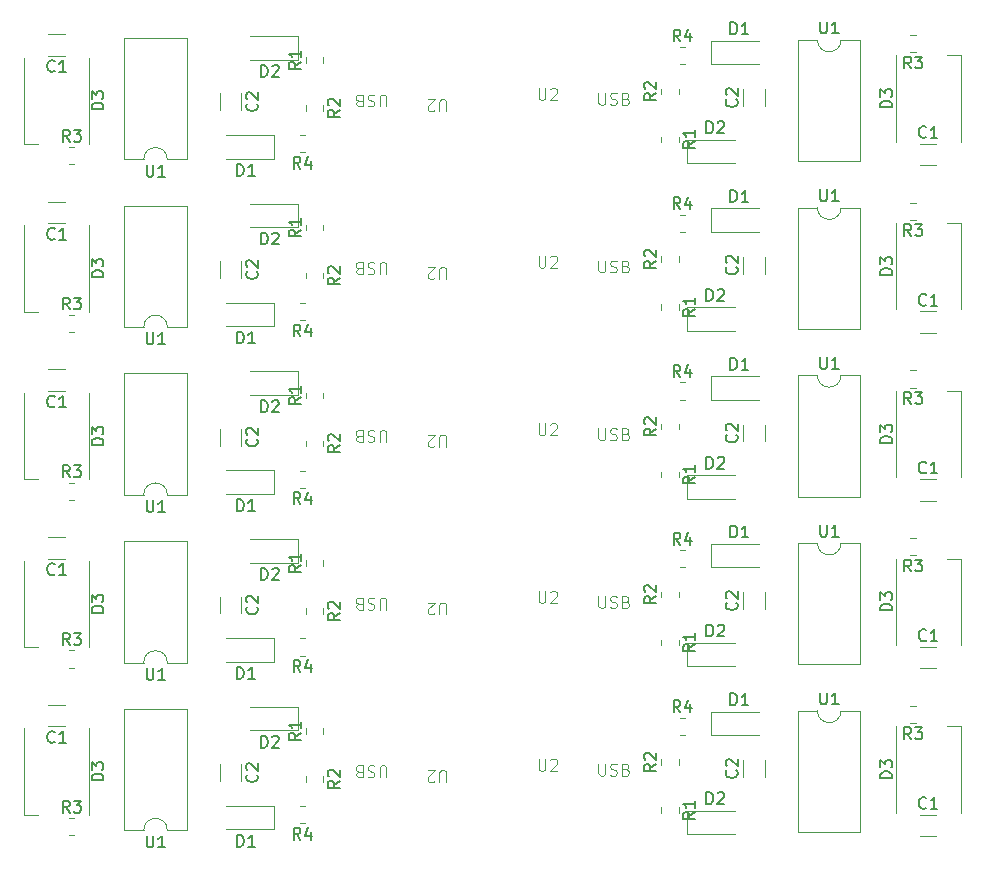
<source format=gbr>
%TF.GenerationSoftware,KiCad,Pcbnew,7.0.7*%
%TF.CreationDate,2023-09-18T18:06:58+02:00*%
%TF.ProjectId,attiny-usb_panel,61747469-6e79-42d7-9573-625f70616e65,rev?*%
%TF.SameCoordinates,Original*%
%TF.FileFunction,Legend,Top*%
%TF.FilePolarity,Positive*%
%FSLAX46Y46*%
G04 Gerber Fmt 4.6, Leading zero omitted, Abs format (unit mm)*
G04 Created by KiCad (PCBNEW 7.0.7) date 2023-09-18 18:06:58*
%MOMM*%
%LPD*%
G01*
G04 APERTURE LIST*
%ADD10C,0.100000*%
%ADD11C,0.150000*%
%ADD12C,0.120000*%
G04 APERTURE END LIST*
D10*
X95085904Y-50286580D02*
X95085904Y-49477057D01*
X95085904Y-49477057D02*
X95038285Y-49381819D01*
X95038285Y-49381819D02*
X94990666Y-49334200D01*
X94990666Y-49334200D02*
X94895428Y-49286580D01*
X94895428Y-49286580D02*
X94704952Y-49286580D01*
X94704952Y-49286580D02*
X94609714Y-49334200D01*
X94609714Y-49334200D02*
X94562095Y-49381819D01*
X94562095Y-49381819D02*
X94514476Y-49477057D01*
X94514476Y-49477057D02*
X94514476Y-50286580D01*
X94085904Y-50191342D02*
X94038285Y-50238961D01*
X94038285Y-50238961D02*
X93943047Y-50286580D01*
X93943047Y-50286580D02*
X93704952Y-50286580D01*
X93704952Y-50286580D02*
X93609714Y-50238961D01*
X93609714Y-50238961D02*
X93562095Y-50191342D01*
X93562095Y-50191342D02*
X93514476Y-50096104D01*
X93514476Y-50096104D02*
X93514476Y-50000866D01*
X93514476Y-50000866D02*
X93562095Y-49858009D01*
X93562095Y-49858009D02*
X94133523Y-49286580D01*
X94133523Y-49286580D02*
X93514476Y-49286580D01*
X90020115Y-49871580D02*
X90020115Y-49062057D01*
X90020115Y-49062057D02*
X89972496Y-48966819D01*
X89972496Y-48966819D02*
X89924877Y-48919200D01*
X89924877Y-48919200D02*
X89829639Y-48871580D01*
X89829639Y-48871580D02*
X89639163Y-48871580D01*
X89639163Y-48871580D02*
X89543925Y-48919200D01*
X89543925Y-48919200D02*
X89496306Y-48966819D01*
X89496306Y-48966819D02*
X89448687Y-49062057D01*
X89448687Y-49062057D02*
X89448687Y-49871580D01*
X89020115Y-48919200D02*
X88877258Y-48871580D01*
X88877258Y-48871580D02*
X88639163Y-48871580D01*
X88639163Y-48871580D02*
X88543925Y-48919200D01*
X88543925Y-48919200D02*
X88496306Y-48966819D01*
X88496306Y-48966819D02*
X88448687Y-49062057D01*
X88448687Y-49062057D02*
X88448687Y-49157295D01*
X88448687Y-49157295D02*
X88496306Y-49252533D01*
X88496306Y-49252533D02*
X88543925Y-49300152D01*
X88543925Y-49300152D02*
X88639163Y-49347771D01*
X88639163Y-49347771D02*
X88829639Y-49395390D01*
X88829639Y-49395390D02*
X88924877Y-49443009D01*
X88924877Y-49443009D02*
X88972496Y-49490628D01*
X88972496Y-49490628D02*
X89020115Y-49585866D01*
X89020115Y-49585866D02*
X89020115Y-49681104D01*
X89020115Y-49681104D02*
X88972496Y-49776342D01*
X88972496Y-49776342D02*
X88924877Y-49823961D01*
X88924877Y-49823961D02*
X88829639Y-49871580D01*
X88829639Y-49871580D02*
X88591544Y-49871580D01*
X88591544Y-49871580D02*
X88448687Y-49823961D01*
X87686782Y-49395390D02*
X87543925Y-49347771D01*
X87543925Y-49347771D02*
X87496306Y-49300152D01*
X87496306Y-49300152D02*
X87448687Y-49204914D01*
X87448687Y-49204914D02*
X87448687Y-49062057D01*
X87448687Y-49062057D02*
X87496306Y-48966819D01*
X87496306Y-48966819D02*
X87543925Y-48919200D01*
X87543925Y-48919200D02*
X87639163Y-48871580D01*
X87639163Y-48871580D02*
X88020115Y-48871580D01*
X88020115Y-48871580D02*
X88020115Y-49871580D01*
X88020115Y-49871580D02*
X87686782Y-49871580D01*
X87686782Y-49871580D02*
X87591544Y-49823961D01*
X87591544Y-49823961D02*
X87543925Y-49776342D01*
X87543925Y-49776342D02*
X87496306Y-49681104D01*
X87496306Y-49681104D02*
X87496306Y-49585866D01*
X87496306Y-49585866D02*
X87543925Y-49490628D01*
X87543925Y-49490628D02*
X87591544Y-49443009D01*
X87591544Y-49443009D02*
X87686782Y-49395390D01*
X87686782Y-49395390D02*
X88020115Y-49395390D01*
D11*
X79405905Y-47364819D02*
X79405905Y-46364819D01*
X79405905Y-46364819D02*
X79644000Y-46364819D01*
X79644000Y-46364819D02*
X79786857Y-46412438D01*
X79786857Y-46412438D02*
X79882095Y-46507676D01*
X79882095Y-46507676D02*
X79929714Y-46602914D01*
X79929714Y-46602914D02*
X79977333Y-46793390D01*
X79977333Y-46793390D02*
X79977333Y-46936247D01*
X79977333Y-46936247D02*
X79929714Y-47126723D01*
X79929714Y-47126723D02*
X79882095Y-47221961D01*
X79882095Y-47221961D02*
X79786857Y-47317200D01*
X79786857Y-47317200D02*
X79644000Y-47364819D01*
X79644000Y-47364819D02*
X79405905Y-47364819D01*
X80358286Y-46460057D02*
X80405905Y-46412438D01*
X80405905Y-46412438D02*
X80501143Y-46364819D01*
X80501143Y-46364819D02*
X80739238Y-46364819D01*
X80739238Y-46364819D02*
X80834476Y-46412438D01*
X80834476Y-46412438D02*
X80882095Y-46460057D01*
X80882095Y-46460057D02*
X80929714Y-46555295D01*
X80929714Y-46555295D02*
X80929714Y-46650533D01*
X80929714Y-46650533D02*
X80882095Y-46793390D01*
X80882095Y-46793390D02*
X80310667Y-47364819D01*
X80310667Y-47364819D02*
X80929714Y-47364819D01*
X82758819Y-46108666D02*
X82282628Y-46441999D01*
X82758819Y-46680094D02*
X81758819Y-46680094D01*
X81758819Y-46680094D02*
X81758819Y-46299142D01*
X81758819Y-46299142D02*
X81806438Y-46203904D01*
X81806438Y-46203904D02*
X81854057Y-46156285D01*
X81854057Y-46156285D02*
X81949295Y-46108666D01*
X81949295Y-46108666D02*
X82092152Y-46108666D01*
X82092152Y-46108666D02*
X82187390Y-46156285D01*
X82187390Y-46156285D02*
X82235009Y-46203904D01*
X82235009Y-46203904D02*
X82282628Y-46299142D01*
X82282628Y-46299142D02*
X82282628Y-46680094D01*
X82758819Y-45156285D02*
X82758819Y-45727713D01*
X82758819Y-45441999D02*
X81758819Y-45441999D01*
X81758819Y-45441999D02*
X81901676Y-45537237D01*
X81901676Y-45537237D02*
X81996914Y-45632475D01*
X81996914Y-45632475D02*
X82044533Y-45727713D01*
X82755333Y-55142819D02*
X82422000Y-54666628D01*
X82183905Y-55142819D02*
X82183905Y-54142819D01*
X82183905Y-54142819D02*
X82564857Y-54142819D01*
X82564857Y-54142819D02*
X82660095Y-54190438D01*
X82660095Y-54190438D02*
X82707714Y-54238057D01*
X82707714Y-54238057D02*
X82755333Y-54333295D01*
X82755333Y-54333295D02*
X82755333Y-54476152D01*
X82755333Y-54476152D02*
X82707714Y-54571390D01*
X82707714Y-54571390D02*
X82660095Y-54619009D01*
X82660095Y-54619009D02*
X82564857Y-54666628D01*
X82564857Y-54666628D02*
X82183905Y-54666628D01*
X83612476Y-54476152D02*
X83612476Y-55142819D01*
X83374381Y-54095200D02*
X83136286Y-54809485D01*
X83136286Y-54809485D02*
X83755333Y-54809485D01*
X63213333Y-52858819D02*
X62880000Y-52382628D01*
X62641905Y-52858819D02*
X62641905Y-51858819D01*
X62641905Y-51858819D02*
X63022857Y-51858819D01*
X63022857Y-51858819D02*
X63118095Y-51906438D01*
X63118095Y-51906438D02*
X63165714Y-51954057D01*
X63165714Y-51954057D02*
X63213333Y-52049295D01*
X63213333Y-52049295D02*
X63213333Y-52192152D01*
X63213333Y-52192152D02*
X63165714Y-52287390D01*
X63165714Y-52287390D02*
X63118095Y-52335009D01*
X63118095Y-52335009D02*
X63022857Y-52382628D01*
X63022857Y-52382628D02*
X62641905Y-52382628D01*
X63546667Y-51858819D02*
X64165714Y-51858819D01*
X64165714Y-51858819D02*
X63832381Y-52239771D01*
X63832381Y-52239771D02*
X63975238Y-52239771D01*
X63975238Y-52239771D02*
X64070476Y-52287390D01*
X64070476Y-52287390D02*
X64118095Y-52335009D01*
X64118095Y-52335009D02*
X64165714Y-52430247D01*
X64165714Y-52430247D02*
X64165714Y-52668342D01*
X64165714Y-52668342D02*
X64118095Y-52763580D01*
X64118095Y-52763580D02*
X64070476Y-52811200D01*
X64070476Y-52811200D02*
X63975238Y-52858819D01*
X63975238Y-52858819D02*
X63689524Y-52858819D01*
X63689524Y-52858819D02*
X63594286Y-52811200D01*
X63594286Y-52811200D02*
X63546667Y-52763580D01*
X86058819Y-50172666D02*
X85582628Y-50505999D01*
X86058819Y-50744094D02*
X85058819Y-50744094D01*
X85058819Y-50744094D02*
X85058819Y-50363142D01*
X85058819Y-50363142D02*
X85106438Y-50267904D01*
X85106438Y-50267904D02*
X85154057Y-50220285D01*
X85154057Y-50220285D02*
X85249295Y-50172666D01*
X85249295Y-50172666D02*
X85392152Y-50172666D01*
X85392152Y-50172666D02*
X85487390Y-50220285D01*
X85487390Y-50220285D02*
X85535009Y-50267904D01*
X85535009Y-50267904D02*
X85582628Y-50363142D01*
X85582628Y-50363142D02*
X85582628Y-50744094D01*
X85154057Y-49791713D02*
X85106438Y-49744094D01*
X85106438Y-49744094D02*
X85058819Y-49648856D01*
X85058819Y-49648856D02*
X85058819Y-49410761D01*
X85058819Y-49410761D02*
X85106438Y-49315523D01*
X85106438Y-49315523D02*
X85154057Y-49267904D01*
X85154057Y-49267904D02*
X85249295Y-49220285D01*
X85249295Y-49220285D02*
X85344533Y-49220285D01*
X85344533Y-49220285D02*
X85487390Y-49267904D01*
X85487390Y-49267904D02*
X86058819Y-49839332D01*
X86058819Y-49839332D02*
X86058819Y-49220285D01*
X69720095Y-54812819D02*
X69720095Y-55622342D01*
X69720095Y-55622342D02*
X69767714Y-55717580D01*
X69767714Y-55717580D02*
X69815333Y-55765200D01*
X69815333Y-55765200D02*
X69910571Y-55812819D01*
X69910571Y-55812819D02*
X70101047Y-55812819D01*
X70101047Y-55812819D02*
X70196285Y-55765200D01*
X70196285Y-55765200D02*
X70243904Y-55717580D01*
X70243904Y-55717580D02*
X70291523Y-55622342D01*
X70291523Y-55622342D02*
X70291523Y-54812819D01*
X71291523Y-55812819D02*
X70720095Y-55812819D01*
X71005809Y-55812819D02*
X71005809Y-54812819D01*
X71005809Y-54812819D02*
X70910571Y-54955676D01*
X70910571Y-54955676D02*
X70815333Y-55050914D01*
X70815333Y-55050914D02*
X70720095Y-55098533D01*
X77373905Y-55746819D02*
X77373905Y-54746819D01*
X77373905Y-54746819D02*
X77612000Y-54746819D01*
X77612000Y-54746819D02*
X77754857Y-54794438D01*
X77754857Y-54794438D02*
X77850095Y-54889676D01*
X77850095Y-54889676D02*
X77897714Y-54984914D01*
X77897714Y-54984914D02*
X77945333Y-55175390D01*
X77945333Y-55175390D02*
X77945333Y-55318247D01*
X77945333Y-55318247D02*
X77897714Y-55508723D01*
X77897714Y-55508723D02*
X77850095Y-55603961D01*
X77850095Y-55603961D02*
X77754857Y-55699200D01*
X77754857Y-55699200D02*
X77612000Y-55746819D01*
X77612000Y-55746819D02*
X77373905Y-55746819D01*
X78897714Y-55746819D02*
X78326286Y-55746819D01*
X78612000Y-55746819D02*
X78612000Y-54746819D01*
X78612000Y-54746819D02*
X78516762Y-54889676D01*
X78516762Y-54889676D02*
X78421524Y-54984914D01*
X78421524Y-54984914D02*
X78326286Y-55032533D01*
X66064819Y-50130094D02*
X65064819Y-50130094D01*
X65064819Y-50130094D02*
X65064819Y-49891999D01*
X65064819Y-49891999D02*
X65112438Y-49749142D01*
X65112438Y-49749142D02*
X65207676Y-49653904D01*
X65207676Y-49653904D02*
X65302914Y-49606285D01*
X65302914Y-49606285D02*
X65493390Y-49558666D01*
X65493390Y-49558666D02*
X65636247Y-49558666D01*
X65636247Y-49558666D02*
X65826723Y-49606285D01*
X65826723Y-49606285D02*
X65921961Y-49653904D01*
X65921961Y-49653904D02*
X66017200Y-49749142D01*
X66017200Y-49749142D02*
X66064819Y-49891999D01*
X66064819Y-49891999D02*
X66064819Y-50130094D01*
X65064819Y-49225332D02*
X65064819Y-48606285D01*
X65064819Y-48606285D02*
X65445771Y-48939618D01*
X65445771Y-48939618D02*
X65445771Y-48796761D01*
X65445771Y-48796761D02*
X65493390Y-48701523D01*
X65493390Y-48701523D02*
X65541009Y-48653904D01*
X65541009Y-48653904D02*
X65636247Y-48606285D01*
X65636247Y-48606285D02*
X65874342Y-48606285D01*
X65874342Y-48606285D02*
X65969580Y-48653904D01*
X65969580Y-48653904D02*
X66017200Y-48701523D01*
X66017200Y-48701523D02*
X66064819Y-48796761D01*
X66064819Y-48796761D02*
X66064819Y-49082475D01*
X66064819Y-49082475D02*
X66017200Y-49177713D01*
X66017200Y-49177713D02*
X65969580Y-49225332D01*
X61943333Y-46865580D02*
X61895714Y-46913200D01*
X61895714Y-46913200D02*
X61752857Y-46960819D01*
X61752857Y-46960819D02*
X61657619Y-46960819D01*
X61657619Y-46960819D02*
X61514762Y-46913200D01*
X61514762Y-46913200D02*
X61419524Y-46817961D01*
X61419524Y-46817961D02*
X61371905Y-46722723D01*
X61371905Y-46722723D02*
X61324286Y-46532247D01*
X61324286Y-46532247D02*
X61324286Y-46389390D01*
X61324286Y-46389390D02*
X61371905Y-46198914D01*
X61371905Y-46198914D02*
X61419524Y-46103676D01*
X61419524Y-46103676D02*
X61514762Y-46008438D01*
X61514762Y-46008438D02*
X61657619Y-45960819D01*
X61657619Y-45960819D02*
X61752857Y-45960819D01*
X61752857Y-45960819D02*
X61895714Y-46008438D01*
X61895714Y-46008438D02*
X61943333Y-46056057D01*
X62895714Y-46960819D02*
X62324286Y-46960819D01*
X62610000Y-46960819D02*
X62610000Y-45960819D01*
X62610000Y-45960819D02*
X62514762Y-46103676D01*
X62514762Y-46103676D02*
X62419524Y-46198914D01*
X62419524Y-46198914D02*
X62324286Y-46246533D01*
X117117905Y-52144819D02*
X117117905Y-51144819D01*
X117117905Y-51144819D02*
X117356000Y-51144819D01*
X117356000Y-51144819D02*
X117498857Y-51192438D01*
X117498857Y-51192438D02*
X117594095Y-51287676D01*
X117594095Y-51287676D02*
X117641714Y-51382914D01*
X117641714Y-51382914D02*
X117689333Y-51573390D01*
X117689333Y-51573390D02*
X117689333Y-51716247D01*
X117689333Y-51716247D02*
X117641714Y-51906723D01*
X117641714Y-51906723D02*
X117594095Y-52001961D01*
X117594095Y-52001961D02*
X117498857Y-52097200D01*
X117498857Y-52097200D02*
X117356000Y-52144819D01*
X117356000Y-52144819D02*
X117117905Y-52144819D01*
X118070286Y-51240057D02*
X118117905Y-51192438D01*
X118117905Y-51192438D02*
X118213143Y-51144819D01*
X118213143Y-51144819D02*
X118451238Y-51144819D01*
X118451238Y-51144819D02*
X118546476Y-51192438D01*
X118546476Y-51192438D02*
X118594095Y-51240057D01*
X118594095Y-51240057D02*
X118641714Y-51335295D01*
X118641714Y-51335295D02*
X118641714Y-51430533D01*
X118641714Y-51430533D02*
X118594095Y-51573390D01*
X118594095Y-51573390D02*
X118022667Y-52144819D01*
X118022667Y-52144819D02*
X118641714Y-52144819D01*
X114911333Y-44366819D02*
X114578000Y-43890628D01*
X114339905Y-44366819D02*
X114339905Y-43366819D01*
X114339905Y-43366819D02*
X114720857Y-43366819D01*
X114720857Y-43366819D02*
X114816095Y-43414438D01*
X114816095Y-43414438D02*
X114863714Y-43462057D01*
X114863714Y-43462057D02*
X114911333Y-43557295D01*
X114911333Y-43557295D02*
X114911333Y-43700152D01*
X114911333Y-43700152D02*
X114863714Y-43795390D01*
X114863714Y-43795390D02*
X114816095Y-43843009D01*
X114816095Y-43843009D02*
X114720857Y-43890628D01*
X114720857Y-43890628D02*
X114339905Y-43890628D01*
X115768476Y-43700152D02*
X115768476Y-44366819D01*
X115530381Y-43319200D02*
X115292286Y-44033485D01*
X115292286Y-44033485D02*
X115911333Y-44033485D01*
D10*
X102914095Y-48313419D02*
X102914095Y-49122942D01*
X102914095Y-49122942D02*
X102961714Y-49218180D01*
X102961714Y-49218180D02*
X103009333Y-49265800D01*
X103009333Y-49265800D02*
X103104571Y-49313419D01*
X103104571Y-49313419D02*
X103295047Y-49313419D01*
X103295047Y-49313419D02*
X103390285Y-49265800D01*
X103390285Y-49265800D02*
X103437904Y-49218180D01*
X103437904Y-49218180D02*
X103485523Y-49122942D01*
X103485523Y-49122942D02*
X103485523Y-48313419D01*
X103914095Y-48408657D02*
X103961714Y-48361038D01*
X103961714Y-48361038D02*
X104056952Y-48313419D01*
X104056952Y-48313419D02*
X104295047Y-48313419D01*
X104295047Y-48313419D02*
X104390285Y-48361038D01*
X104390285Y-48361038D02*
X104437904Y-48408657D01*
X104437904Y-48408657D02*
X104485523Y-48503895D01*
X104485523Y-48503895D02*
X104485523Y-48599133D01*
X104485523Y-48599133D02*
X104437904Y-48741990D01*
X104437904Y-48741990D02*
X103866476Y-49313419D01*
X103866476Y-49313419D02*
X104485523Y-49313419D01*
X107979884Y-48728419D02*
X107979884Y-49537942D01*
X107979884Y-49537942D02*
X108027503Y-49633180D01*
X108027503Y-49633180D02*
X108075122Y-49680800D01*
X108075122Y-49680800D02*
X108170360Y-49728419D01*
X108170360Y-49728419D02*
X108360836Y-49728419D01*
X108360836Y-49728419D02*
X108456074Y-49680800D01*
X108456074Y-49680800D02*
X108503693Y-49633180D01*
X108503693Y-49633180D02*
X108551312Y-49537942D01*
X108551312Y-49537942D02*
X108551312Y-48728419D01*
X108979884Y-49680800D02*
X109122741Y-49728419D01*
X109122741Y-49728419D02*
X109360836Y-49728419D01*
X109360836Y-49728419D02*
X109456074Y-49680800D01*
X109456074Y-49680800D02*
X109503693Y-49633180D01*
X109503693Y-49633180D02*
X109551312Y-49537942D01*
X109551312Y-49537942D02*
X109551312Y-49442704D01*
X109551312Y-49442704D02*
X109503693Y-49347466D01*
X109503693Y-49347466D02*
X109456074Y-49299847D01*
X109456074Y-49299847D02*
X109360836Y-49252228D01*
X109360836Y-49252228D02*
X109170360Y-49204609D01*
X109170360Y-49204609D02*
X109075122Y-49156990D01*
X109075122Y-49156990D02*
X109027503Y-49109371D01*
X109027503Y-49109371D02*
X108979884Y-49014133D01*
X108979884Y-49014133D02*
X108979884Y-48918895D01*
X108979884Y-48918895D02*
X109027503Y-48823657D01*
X109027503Y-48823657D02*
X109075122Y-48776038D01*
X109075122Y-48776038D02*
X109170360Y-48728419D01*
X109170360Y-48728419D02*
X109408455Y-48728419D01*
X109408455Y-48728419D02*
X109551312Y-48776038D01*
X110313217Y-49204609D02*
X110456074Y-49252228D01*
X110456074Y-49252228D02*
X110503693Y-49299847D01*
X110503693Y-49299847D02*
X110551312Y-49395085D01*
X110551312Y-49395085D02*
X110551312Y-49537942D01*
X110551312Y-49537942D02*
X110503693Y-49633180D01*
X110503693Y-49633180D02*
X110456074Y-49680800D01*
X110456074Y-49680800D02*
X110360836Y-49728419D01*
X110360836Y-49728419D02*
X109979884Y-49728419D01*
X109979884Y-49728419D02*
X109979884Y-48728419D01*
X109979884Y-48728419D02*
X110313217Y-48728419D01*
X110313217Y-48728419D02*
X110408455Y-48776038D01*
X110408455Y-48776038D02*
X110456074Y-48823657D01*
X110456074Y-48823657D02*
X110503693Y-48918895D01*
X110503693Y-48918895D02*
X110503693Y-49014133D01*
X110503693Y-49014133D02*
X110456074Y-49109371D01*
X110456074Y-49109371D02*
X110408455Y-49156990D01*
X110408455Y-49156990D02*
X110313217Y-49204609D01*
X110313217Y-49204609D02*
X109979884Y-49204609D01*
D11*
X116150819Y-52824666D02*
X115674628Y-53157999D01*
X116150819Y-53396094D02*
X115150819Y-53396094D01*
X115150819Y-53396094D02*
X115150819Y-53015142D01*
X115150819Y-53015142D02*
X115198438Y-52919904D01*
X115198438Y-52919904D02*
X115246057Y-52872285D01*
X115246057Y-52872285D02*
X115341295Y-52824666D01*
X115341295Y-52824666D02*
X115484152Y-52824666D01*
X115484152Y-52824666D02*
X115579390Y-52872285D01*
X115579390Y-52872285D02*
X115627009Y-52919904D01*
X115627009Y-52919904D02*
X115674628Y-53015142D01*
X115674628Y-53015142D02*
X115674628Y-53396094D01*
X116150819Y-51872285D02*
X116150819Y-52443713D01*
X116150819Y-52157999D02*
X115150819Y-52157999D01*
X115150819Y-52157999D02*
X115293676Y-52253237D01*
X115293676Y-52253237D02*
X115388914Y-52348475D01*
X115388914Y-52348475D02*
X115436533Y-52443713D01*
X135723333Y-52453580D02*
X135675714Y-52501200D01*
X135675714Y-52501200D02*
X135532857Y-52548819D01*
X135532857Y-52548819D02*
X135437619Y-52548819D01*
X135437619Y-52548819D02*
X135294762Y-52501200D01*
X135294762Y-52501200D02*
X135199524Y-52405961D01*
X135199524Y-52405961D02*
X135151905Y-52310723D01*
X135151905Y-52310723D02*
X135104286Y-52120247D01*
X135104286Y-52120247D02*
X135104286Y-51977390D01*
X135104286Y-51977390D02*
X135151905Y-51786914D01*
X135151905Y-51786914D02*
X135199524Y-51691676D01*
X135199524Y-51691676D02*
X135294762Y-51596438D01*
X135294762Y-51596438D02*
X135437619Y-51548819D01*
X135437619Y-51548819D02*
X135532857Y-51548819D01*
X135532857Y-51548819D02*
X135675714Y-51596438D01*
X135675714Y-51596438D02*
X135723333Y-51644057D01*
X136675714Y-52548819D02*
X136104286Y-52548819D01*
X136390000Y-52548819D02*
X136390000Y-51548819D01*
X136390000Y-51548819D02*
X136294762Y-51691676D01*
X136294762Y-51691676D02*
X136199524Y-51786914D01*
X136199524Y-51786914D02*
X136104286Y-51834533D01*
X132844819Y-49946094D02*
X131844819Y-49946094D01*
X131844819Y-49946094D02*
X131844819Y-49707999D01*
X131844819Y-49707999D02*
X131892438Y-49565142D01*
X131892438Y-49565142D02*
X131987676Y-49469904D01*
X131987676Y-49469904D02*
X132082914Y-49422285D01*
X132082914Y-49422285D02*
X132273390Y-49374666D01*
X132273390Y-49374666D02*
X132416247Y-49374666D01*
X132416247Y-49374666D02*
X132606723Y-49422285D01*
X132606723Y-49422285D02*
X132701961Y-49469904D01*
X132701961Y-49469904D02*
X132797200Y-49565142D01*
X132797200Y-49565142D02*
X132844819Y-49707999D01*
X132844819Y-49707999D02*
X132844819Y-49946094D01*
X131844819Y-49041332D02*
X131844819Y-48422285D01*
X131844819Y-48422285D02*
X132225771Y-48755618D01*
X132225771Y-48755618D02*
X132225771Y-48612761D01*
X132225771Y-48612761D02*
X132273390Y-48517523D01*
X132273390Y-48517523D02*
X132321009Y-48469904D01*
X132321009Y-48469904D02*
X132416247Y-48422285D01*
X132416247Y-48422285D02*
X132654342Y-48422285D01*
X132654342Y-48422285D02*
X132749580Y-48469904D01*
X132749580Y-48469904D02*
X132797200Y-48517523D01*
X132797200Y-48517523D02*
X132844819Y-48612761D01*
X132844819Y-48612761D02*
X132844819Y-48898475D01*
X132844819Y-48898475D02*
X132797200Y-48993713D01*
X132797200Y-48993713D02*
X132749580Y-49041332D01*
X134453333Y-46650819D02*
X134120000Y-46174628D01*
X133881905Y-46650819D02*
X133881905Y-45650819D01*
X133881905Y-45650819D02*
X134262857Y-45650819D01*
X134262857Y-45650819D02*
X134358095Y-45698438D01*
X134358095Y-45698438D02*
X134405714Y-45746057D01*
X134405714Y-45746057D02*
X134453333Y-45841295D01*
X134453333Y-45841295D02*
X134453333Y-45984152D01*
X134453333Y-45984152D02*
X134405714Y-46079390D01*
X134405714Y-46079390D02*
X134358095Y-46127009D01*
X134358095Y-46127009D02*
X134262857Y-46174628D01*
X134262857Y-46174628D02*
X133881905Y-46174628D01*
X134786667Y-45650819D02*
X135405714Y-45650819D01*
X135405714Y-45650819D02*
X135072381Y-46031771D01*
X135072381Y-46031771D02*
X135215238Y-46031771D01*
X135215238Y-46031771D02*
X135310476Y-46079390D01*
X135310476Y-46079390D02*
X135358095Y-46127009D01*
X135358095Y-46127009D02*
X135405714Y-46222247D01*
X135405714Y-46222247D02*
X135405714Y-46460342D01*
X135405714Y-46460342D02*
X135358095Y-46555580D01*
X135358095Y-46555580D02*
X135310476Y-46603200D01*
X135310476Y-46603200D02*
X135215238Y-46650819D01*
X135215238Y-46650819D02*
X134929524Y-46650819D01*
X134929524Y-46650819D02*
X134834286Y-46603200D01*
X134834286Y-46603200D02*
X134786667Y-46555580D01*
X119667580Y-49284666D02*
X119715200Y-49332285D01*
X119715200Y-49332285D02*
X119762819Y-49475142D01*
X119762819Y-49475142D02*
X119762819Y-49570380D01*
X119762819Y-49570380D02*
X119715200Y-49713237D01*
X119715200Y-49713237D02*
X119619961Y-49808475D01*
X119619961Y-49808475D02*
X119524723Y-49856094D01*
X119524723Y-49856094D02*
X119334247Y-49903713D01*
X119334247Y-49903713D02*
X119191390Y-49903713D01*
X119191390Y-49903713D02*
X119000914Y-49856094D01*
X119000914Y-49856094D02*
X118905676Y-49808475D01*
X118905676Y-49808475D02*
X118810438Y-49713237D01*
X118810438Y-49713237D02*
X118762819Y-49570380D01*
X118762819Y-49570380D02*
X118762819Y-49475142D01*
X118762819Y-49475142D02*
X118810438Y-49332285D01*
X118810438Y-49332285D02*
X118858057Y-49284666D01*
X118858057Y-48903713D02*
X118810438Y-48856094D01*
X118810438Y-48856094D02*
X118762819Y-48760856D01*
X118762819Y-48760856D02*
X118762819Y-48522761D01*
X118762819Y-48522761D02*
X118810438Y-48427523D01*
X118810438Y-48427523D02*
X118858057Y-48379904D01*
X118858057Y-48379904D02*
X118953295Y-48332285D01*
X118953295Y-48332285D02*
X119048533Y-48332285D01*
X119048533Y-48332285D02*
X119191390Y-48379904D01*
X119191390Y-48379904D02*
X119762819Y-48951332D01*
X119762819Y-48951332D02*
X119762819Y-48332285D01*
X112850819Y-48760666D02*
X112374628Y-49093999D01*
X112850819Y-49332094D02*
X111850819Y-49332094D01*
X111850819Y-49332094D02*
X111850819Y-48951142D01*
X111850819Y-48951142D02*
X111898438Y-48855904D01*
X111898438Y-48855904D02*
X111946057Y-48808285D01*
X111946057Y-48808285D02*
X112041295Y-48760666D01*
X112041295Y-48760666D02*
X112184152Y-48760666D01*
X112184152Y-48760666D02*
X112279390Y-48808285D01*
X112279390Y-48808285D02*
X112327009Y-48855904D01*
X112327009Y-48855904D02*
X112374628Y-48951142D01*
X112374628Y-48951142D02*
X112374628Y-49332094D01*
X111946057Y-48379713D02*
X111898438Y-48332094D01*
X111898438Y-48332094D02*
X111850819Y-48236856D01*
X111850819Y-48236856D02*
X111850819Y-47998761D01*
X111850819Y-47998761D02*
X111898438Y-47903523D01*
X111898438Y-47903523D02*
X111946057Y-47855904D01*
X111946057Y-47855904D02*
X112041295Y-47808285D01*
X112041295Y-47808285D02*
X112136533Y-47808285D01*
X112136533Y-47808285D02*
X112279390Y-47855904D01*
X112279390Y-47855904D02*
X112850819Y-48427332D01*
X112850819Y-48427332D02*
X112850819Y-47808285D01*
X126756095Y-42696819D02*
X126756095Y-43506342D01*
X126756095Y-43506342D02*
X126803714Y-43601580D01*
X126803714Y-43601580D02*
X126851333Y-43649200D01*
X126851333Y-43649200D02*
X126946571Y-43696819D01*
X126946571Y-43696819D02*
X127137047Y-43696819D01*
X127137047Y-43696819D02*
X127232285Y-43649200D01*
X127232285Y-43649200D02*
X127279904Y-43601580D01*
X127279904Y-43601580D02*
X127327523Y-43506342D01*
X127327523Y-43506342D02*
X127327523Y-42696819D01*
X128327523Y-43696819D02*
X127756095Y-43696819D01*
X128041809Y-43696819D02*
X128041809Y-42696819D01*
X128041809Y-42696819D02*
X127946571Y-42839676D01*
X127946571Y-42839676D02*
X127851333Y-42934914D01*
X127851333Y-42934914D02*
X127756095Y-42982533D01*
X79051580Y-49648666D02*
X79099200Y-49696285D01*
X79099200Y-49696285D02*
X79146819Y-49839142D01*
X79146819Y-49839142D02*
X79146819Y-49934380D01*
X79146819Y-49934380D02*
X79099200Y-50077237D01*
X79099200Y-50077237D02*
X79003961Y-50172475D01*
X79003961Y-50172475D02*
X78908723Y-50220094D01*
X78908723Y-50220094D02*
X78718247Y-50267713D01*
X78718247Y-50267713D02*
X78575390Y-50267713D01*
X78575390Y-50267713D02*
X78384914Y-50220094D01*
X78384914Y-50220094D02*
X78289676Y-50172475D01*
X78289676Y-50172475D02*
X78194438Y-50077237D01*
X78194438Y-50077237D02*
X78146819Y-49934380D01*
X78146819Y-49934380D02*
X78146819Y-49839142D01*
X78146819Y-49839142D02*
X78194438Y-49696285D01*
X78194438Y-49696285D02*
X78242057Y-49648666D01*
X78242057Y-49267713D02*
X78194438Y-49220094D01*
X78194438Y-49220094D02*
X78146819Y-49124856D01*
X78146819Y-49124856D02*
X78146819Y-48886761D01*
X78146819Y-48886761D02*
X78194438Y-48791523D01*
X78194438Y-48791523D02*
X78242057Y-48743904D01*
X78242057Y-48743904D02*
X78337295Y-48696285D01*
X78337295Y-48696285D02*
X78432533Y-48696285D01*
X78432533Y-48696285D02*
X78575390Y-48743904D01*
X78575390Y-48743904D02*
X79146819Y-49315332D01*
X79146819Y-49315332D02*
X79146819Y-48696285D01*
X119149905Y-43762819D02*
X119149905Y-42762819D01*
X119149905Y-42762819D02*
X119388000Y-42762819D01*
X119388000Y-42762819D02*
X119530857Y-42810438D01*
X119530857Y-42810438D02*
X119626095Y-42905676D01*
X119626095Y-42905676D02*
X119673714Y-43000914D01*
X119673714Y-43000914D02*
X119721333Y-43191390D01*
X119721333Y-43191390D02*
X119721333Y-43334247D01*
X119721333Y-43334247D02*
X119673714Y-43524723D01*
X119673714Y-43524723D02*
X119626095Y-43619961D01*
X119626095Y-43619961D02*
X119530857Y-43715200D01*
X119530857Y-43715200D02*
X119388000Y-43762819D01*
X119388000Y-43762819D02*
X119149905Y-43762819D01*
X120673714Y-43762819D02*
X120102286Y-43762819D01*
X120388000Y-43762819D02*
X120388000Y-42762819D01*
X120388000Y-42762819D02*
X120292762Y-42905676D01*
X120292762Y-42905676D02*
X120197524Y-43000914D01*
X120197524Y-43000914D02*
X120102286Y-43048533D01*
D10*
X95085904Y-64486580D02*
X95085904Y-63677057D01*
X95085904Y-63677057D02*
X95038285Y-63581819D01*
X95038285Y-63581819D02*
X94990666Y-63534200D01*
X94990666Y-63534200D02*
X94895428Y-63486580D01*
X94895428Y-63486580D02*
X94704952Y-63486580D01*
X94704952Y-63486580D02*
X94609714Y-63534200D01*
X94609714Y-63534200D02*
X94562095Y-63581819D01*
X94562095Y-63581819D02*
X94514476Y-63677057D01*
X94514476Y-63677057D02*
X94514476Y-64486580D01*
X94085904Y-64391342D02*
X94038285Y-64438961D01*
X94038285Y-64438961D02*
X93943047Y-64486580D01*
X93943047Y-64486580D02*
X93704952Y-64486580D01*
X93704952Y-64486580D02*
X93609714Y-64438961D01*
X93609714Y-64438961D02*
X93562095Y-64391342D01*
X93562095Y-64391342D02*
X93514476Y-64296104D01*
X93514476Y-64296104D02*
X93514476Y-64200866D01*
X93514476Y-64200866D02*
X93562095Y-64058009D01*
X93562095Y-64058009D02*
X94133523Y-63486580D01*
X94133523Y-63486580D02*
X93514476Y-63486580D01*
X90020115Y-64071580D02*
X90020115Y-63262057D01*
X90020115Y-63262057D02*
X89972496Y-63166819D01*
X89972496Y-63166819D02*
X89924877Y-63119200D01*
X89924877Y-63119200D02*
X89829639Y-63071580D01*
X89829639Y-63071580D02*
X89639163Y-63071580D01*
X89639163Y-63071580D02*
X89543925Y-63119200D01*
X89543925Y-63119200D02*
X89496306Y-63166819D01*
X89496306Y-63166819D02*
X89448687Y-63262057D01*
X89448687Y-63262057D02*
X89448687Y-64071580D01*
X89020115Y-63119200D02*
X88877258Y-63071580D01*
X88877258Y-63071580D02*
X88639163Y-63071580D01*
X88639163Y-63071580D02*
X88543925Y-63119200D01*
X88543925Y-63119200D02*
X88496306Y-63166819D01*
X88496306Y-63166819D02*
X88448687Y-63262057D01*
X88448687Y-63262057D02*
X88448687Y-63357295D01*
X88448687Y-63357295D02*
X88496306Y-63452533D01*
X88496306Y-63452533D02*
X88543925Y-63500152D01*
X88543925Y-63500152D02*
X88639163Y-63547771D01*
X88639163Y-63547771D02*
X88829639Y-63595390D01*
X88829639Y-63595390D02*
X88924877Y-63643009D01*
X88924877Y-63643009D02*
X88972496Y-63690628D01*
X88972496Y-63690628D02*
X89020115Y-63785866D01*
X89020115Y-63785866D02*
X89020115Y-63881104D01*
X89020115Y-63881104D02*
X88972496Y-63976342D01*
X88972496Y-63976342D02*
X88924877Y-64023961D01*
X88924877Y-64023961D02*
X88829639Y-64071580D01*
X88829639Y-64071580D02*
X88591544Y-64071580D01*
X88591544Y-64071580D02*
X88448687Y-64023961D01*
X87686782Y-63595390D02*
X87543925Y-63547771D01*
X87543925Y-63547771D02*
X87496306Y-63500152D01*
X87496306Y-63500152D02*
X87448687Y-63404914D01*
X87448687Y-63404914D02*
X87448687Y-63262057D01*
X87448687Y-63262057D02*
X87496306Y-63166819D01*
X87496306Y-63166819D02*
X87543925Y-63119200D01*
X87543925Y-63119200D02*
X87639163Y-63071580D01*
X87639163Y-63071580D02*
X88020115Y-63071580D01*
X88020115Y-63071580D02*
X88020115Y-64071580D01*
X88020115Y-64071580D02*
X87686782Y-64071580D01*
X87686782Y-64071580D02*
X87591544Y-64023961D01*
X87591544Y-64023961D02*
X87543925Y-63976342D01*
X87543925Y-63976342D02*
X87496306Y-63881104D01*
X87496306Y-63881104D02*
X87496306Y-63785866D01*
X87496306Y-63785866D02*
X87543925Y-63690628D01*
X87543925Y-63690628D02*
X87591544Y-63643009D01*
X87591544Y-63643009D02*
X87686782Y-63595390D01*
X87686782Y-63595390D02*
X88020115Y-63595390D01*
D11*
X79405905Y-61564819D02*
X79405905Y-60564819D01*
X79405905Y-60564819D02*
X79644000Y-60564819D01*
X79644000Y-60564819D02*
X79786857Y-60612438D01*
X79786857Y-60612438D02*
X79882095Y-60707676D01*
X79882095Y-60707676D02*
X79929714Y-60802914D01*
X79929714Y-60802914D02*
X79977333Y-60993390D01*
X79977333Y-60993390D02*
X79977333Y-61136247D01*
X79977333Y-61136247D02*
X79929714Y-61326723D01*
X79929714Y-61326723D02*
X79882095Y-61421961D01*
X79882095Y-61421961D02*
X79786857Y-61517200D01*
X79786857Y-61517200D02*
X79644000Y-61564819D01*
X79644000Y-61564819D02*
X79405905Y-61564819D01*
X80358286Y-60660057D02*
X80405905Y-60612438D01*
X80405905Y-60612438D02*
X80501143Y-60564819D01*
X80501143Y-60564819D02*
X80739238Y-60564819D01*
X80739238Y-60564819D02*
X80834476Y-60612438D01*
X80834476Y-60612438D02*
X80882095Y-60660057D01*
X80882095Y-60660057D02*
X80929714Y-60755295D01*
X80929714Y-60755295D02*
X80929714Y-60850533D01*
X80929714Y-60850533D02*
X80882095Y-60993390D01*
X80882095Y-60993390D02*
X80310667Y-61564819D01*
X80310667Y-61564819D02*
X80929714Y-61564819D01*
X82758819Y-60308666D02*
X82282628Y-60641999D01*
X82758819Y-60880094D02*
X81758819Y-60880094D01*
X81758819Y-60880094D02*
X81758819Y-60499142D01*
X81758819Y-60499142D02*
X81806438Y-60403904D01*
X81806438Y-60403904D02*
X81854057Y-60356285D01*
X81854057Y-60356285D02*
X81949295Y-60308666D01*
X81949295Y-60308666D02*
X82092152Y-60308666D01*
X82092152Y-60308666D02*
X82187390Y-60356285D01*
X82187390Y-60356285D02*
X82235009Y-60403904D01*
X82235009Y-60403904D02*
X82282628Y-60499142D01*
X82282628Y-60499142D02*
X82282628Y-60880094D01*
X82758819Y-59356285D02*
X82758819Y-59927713D01*
X82758819Y-59641999D02*
X81758819Y-59641999D01*
X81758819Y-59641999D02*
X81901676Y-59737237D01*
X81901676Y-59737237D02*
X81996914Y-59832475D01*
X81996914Y-59832475D02*
X82044533Y-59927713D01*
X82755333Y-69342819D02*
X82422000Y-68866628D01*
X82183905Y-69342819D02*
X82183905Y-68342819D01*
X82183905Y-68342819D02*
X82564857Y-68342819D01*
X82564857Y-68342819D02*
X82660095Y-68390438D01*
X82660095Y-68390438D02*
X82707714Y-68438057D01*
X82707714Y-68438057D02*
X82755333Y-68533295D01*
X82755333Y-68533295D02*
X82755333Y-68676152D01*
X82755333Y-68676152D02*
X82707714Y-68771390D01*
X82707714Y-68771390D02*
X82660095Y-68819009D01*
X82660095Y-68819009D02*
X82564857Y-68866628D01*
X82564857Y-68866628D02*
X82183905Y-68866628D01*
X83612476Y-68676152D02*
X83612476Y-69342819D01*
X83374381Y-68295200D02*
X83136286Y-69009485D01*
X83136286Y-69009485D02*
X83755333Y-69009485D01*
X63213333Y-67058819D02*
X62880000Y-66582628D01*
X62641905Y-67058819D02*
X62641905Y-66058819D01*
X62641905Y-66058819D02*
X63022857Y-66058819D01*
X63022857Y-66058819D02*
X63118095Y-66106438D01*
X63118095Y-66106438D02*
X63165714Y-66154057D01*
X63165714Y-66154057D02*
X63213333Y-66249295D01*
X63213333Y-66249295D02*
X63213333Y-66392152D01*
X63213333Y-66392152D02*
X63165714Y-66487390D01*
X63165714Y-66487390D02*
X63118095Y-66535009D01*
X63118095Y-66535009D02*
X63022857Y-66582628D01*
X63022857Y-66582628D02*
X62641905Y-66582628D01*
X63546667Y-66058819D02*
X64165714Y-66058819D01*
X64165714Y-66058819D02*
X63832381Y-66439771D01*
X63832381Y-66439771D02*
X63975238Y-66439771D01*
X63975238Y-66439771D02*
X64070476Y-66487390D01*
X64070476Y-66487390D02*
X64118095Y-66535009D01*
X64118095Y-66535009D02*
X64165714Y-66630247D01*
X64165714Y-66630247D02*
X64165714Y-66868342D01*
X64165714Y-66868342D02*
X64118095Y-66963580D01*
X64118095Y-66963580D02*
X64070476Y-67011200D01*
X64070476Y-67011200D02*
X63975238Y-67058819D01*
X63975238Y-67058819D02*
X63689524Y-67058819D01*
X63689524Y-67058819D02*
X63594286Y-67011200D01*
X63594286Y-67011200D02*
X63546667Y-66963580D01*
X86058819Y-64372666D02*
X85582628Y-64705999D01*
X86058819Y-64944094D02*
X85058819Y-64944094D01*
X85058819Y-64944094D02*
X85058819Y-64563142D01*
X85058819Y-64563142D02*
X85106438Y-64467904D01*
X85106438Y-64467904D02*
X85154057Y-64420285D01*
X85154057Y-64420285D02*
X85249295Y-64372666D01*
X85249295Y-64372666D02*
X85392152Y-64372666D01*
X85392152Y-64372666D02*
X85487390Y-64420285D01*
X85487390Y-64420285D02*
X85535009Y-64467904D01*
X85535009Y-64467904D02*
X85582628Y-64563142D01*
X85582628Y-64563142D02*
X85582628Y-64944094D01*
X85154057Y-63991713D02*
X85106438Y-63944094D01*
X85106438Y-63944094D02*
X85058819Y-63848856D01*
X85058819Y-63848856D02*
X85058819Y-63610761D01*
X85058819Y-63610761D02*
X85106438Y-63515523D01*
X85106438Y-63515523D02*
X85154057Y-63467904D01*
X85154057Y-63467904D02*
X85249295Y-63420285D01*
X85249295Y-63420285D02*
X85344533Y-63420285D01*
X85344533Y-63420285D02*
X85487390Y-63467904D01*
X85487390Y-63467904D02*
X86058819Y-64039332D01*
X86058819Y-64039332D02*
X86058819Y-63420285D01*
X69720095Y-69012819D02*
X69720095Y-69822342D01*
X69720095Y-69822342D02*
X69767714Y-69917580D01*
X69767714Y-69917580D02*
X69815333Y-69965200D01*
X69815333Y-69965200D02*
X69910571Y-70012819D01*
X69910571Y-70012819D02*
X70101047Y-70012819D01*
X70101047Y-70012819D02*
X70196285Y-69965200D01*
X70196285Y-69965200D02*
X70243904Y-69917580D01*
X70243904Y-69917580D02*
X70291523Y-69822342D01*
X70291523Y-69822342D02*
X70291523Y-69012819D01*
X71291523Y-70012819D02*
X70720095Y-70012819D01*
X71005809Y-70012819D02*
X71005809Y-69012819D01*
X71005809Y-69012819D02*
X70910571Y-69155676D01*
X70910571Y-69155676D02*
X70815333Y-69250914D01*
X70815333Y-69250914D02*
X70720095Y-69298533D01*
X77373905Y-69946819D02*
X77373905Y-68946819D01*
X77373905Y-68946819D02*
X77612000Y-68946819D01*
X77612000Y-68946819D02*
X77754857Y-68994438D01*
X77754857Y-68994438D02*
X77850095Y-69089676D01*
X77850095Y-69089676D02*
X77897714Y-69184914D01*
X77897714Y-69184914D02*
X77945333Y-69375390D01*
X77945333Y-69375390D02*
X77945333Y-69518247D01*
X77945333Y-69518247D02*
X77897714Y-69708723D01*
X77897714Y-69708723D02*
X77850095Y-69803961D01*
X77850095Y-69803961D02*
X77754857Y-69899200D01*
X77754857Y-69899200D02*
X77612000Y-69946819D01*
X77612000Y-69946819D02*
X77373905Y-69946819D01*
X78897714Y-69946819D02*
X78326286Y-69946819D01*
X78612000Y-69946819D02*
X78612000Y-68946819D01*
X78612000Y-68946819D02*
X78516762Y-69089676D01*
X78516762Y-69089676D02*
X78421524Y-69184914D01*
X78421524Y-69184914D02*
X78326286Y-69232533D01*
X66064819Y-64330094D02*
X65064819Y-64330094D01*
X65064819Y-64330094D02*
X65064819Y-64091999D01*
X65064819Y-64091999D02*
X65112438Y-63949142D01*
X65112438Y-63949142D02*
X65207676Y-63853904D01*
X65207676Y-63853904D02*
X65302914Y-63806285D01*
X65302914Y-63806285D02*
X65493390Y-63758666D01*
X65493390Y-63758666D02*
X65636247Y-63758666D01*
X65636247Y-63758666D02*
X65826723Y-63806285D01*
X65826723Y-63806285D02*
X65921961Y-63853904D01*
X65921961Y-63853904D02*
X66017200Y-63949142D01*
X66017200Y-63949142D02*
X66064819Y-64091999D01*
X66064819Y-64091999D02*
X66064819Y-64330094D01*
X65064819Y-63425332D02*
X65064819Y-62806285D01*
X65064819Y-62806285D02*
X65445771Y-63139618D01*
X65445771Y-63139618D02*
X65445771Y-62996761D01*
X65445771Y-62996761D02*
X65493390Y-62901523D01*
X65493390Y-62901523D02*
X65541009Y-62853904D01*
X65541009Y-62853904D02*
X65636247Y-62806285D01*
X65636247Y-62806285D02*
X65874342Y-62806285D01*
X65874342Y-62806285D02*
X65969580Y-62853904D01*
X65969580Y-62853904D02*
X66017200Y-62901523D01*
X66017200Y-62901523D02*
X66064819Y-62996761D01*
X66064819Y-62996761D02*
X66064819Y-63282475D01*
X66064819Y-63282475D02*
X66017200Y-63377713D01*
X66017200Y-63377713D02*
X65969580Y-63425332D01*
X61943333Y-61065580D02*
X61895714Y-61113200D01*
X61895714Y-61113200D02*
X61752857Y-61160819D01*
X61752857Y-61160819D02*
X61657619Y-61160819D01*
X61657619Y-61160819D02*
X61514762Y-61113200D01*
X61514762Y-61113200D02*
X61419524Y-61017961D01*
X61419524Y-61017961D02*
X61371905Y-60922723D01*
X61371905Y-60922723D02*
X61324286Y-60732247D01*
X61324286Y-60732247D02*
X61324286Y-60589390D01*
X61324286Y-60589390D02*
X61371905Y-60398914D01*
X61371905Y-60398914D02*
X61419524Y-60303676D01*
X61419524Y-60303676D02*
X61514762Y-60208438D01*
X61514762Y-60208438D02*
X61657619Y-60160819D01*
X61657619Y-60160819D02*
X61752857Y-60160819D01*
X61752857Y-60160819D02*
X61895714Y-60208438D01*
X61895714Y-60208438D02*
X61943333Y-60256057D01*
X62895714Y-61160819D02*
X62324286Y-61160819D01*
X62610000Y-61160819D02*
X62610000Y-60160819D01*
X62610000Y-60160819D02*
X62514762Y-60303676D01*
X62514762Y-60303676D02*
X62419524Y-60398914D01*
X62419524Y-60398914D02*
X62324286Y-60446533D01*
X117117905Y-66344819D02*
X117117905Y-65344819D01*
X117117905Y-65344819D02*
X117356000Y-65344819D01*
X117356000Y-65344819D02*
X117498857Y-65392438D01*
X117498857Y-65392438D02*
X117594095Y-65487676D01*
X117594095Y-65487676D02*
X117641714Y-65582914D01*
X117641714Y-65582914D02*
X117689333Y-65773390D01*
X117689333Y-65773390D02*
X117689333Y-65916247D01*
X117689333Y-65916247D02*
X117641714Y-66106723D01*
X117641714Y-66106723D02*
X117594095Y-66201961D01*
X117594095Y-66201961D02*
X117498857Y-66297200D01*
X117498857Y-66297200D02*
X117356000Y-66344819D01*
X117356000Y-66344819D02*
X117117905Y-66344819D01*
X118070286Y-65440057D02*
X118117905Y-65392438D01*
X118117905Y-65392438D02*
X118213143Y-65344819D01*
X118213143Y-65344819D02*
X118451238Y-65344819D01*
X118451238Y-65344819D02*
X118546476Y-65392438D01*
X118546476Y-65392438D02*
X118594095Y-65440057D01*
X118594095Y-65440057D02*
X118641714Y-65535295D01*
X118641714Y-65535295D02*
X118641714Y-65630533D01*
X118641714Y-65630533D02*
X118594095Y-65773390D01*
X118594095Y-65773390D02*
X118022667Y-66344819D01*
X118022667Y-66344819D02*
X118641714Y-66344819D01*
X114911333Y-58566819D02*
X114578000Y-58090628D01*
X114339905Y-58566819D02*
X114339905Y-57566819D01*
X114339905Y-57566819D02*
X114720857Y-57566819D01*
X114720857Y-57566819D02*
X114816095Y-57614438D01*
X114816095Y-57614438D02*
X114863714Y-57662057D01*
X114863714Y-57662057D02*
X114911333Y-57757295D01*
X114911333Y-57757295D02*
X114911333Y-57900152D01*
X114911333Y-57900152D02*
X114863714Y-57995390D01*
X114863714Y-57995390D02*
X114816095Y-58043009D01*
X114816095Y-58043009D02*
X114720857Y-58090628D01*
X114720857Y-58090628D02*
X114339905Y-58090628D01*
X115768476Y-57900152D02*
X115768476Y-58566819D01*
X115530381Y-57519200D02*
X115292286Y-58233485D01*
X115292286Y-58233485D02*
X115911333Y-58233485D01*
D10*
X102914095Y-62513419D02*
X102914095Y-63322942D01*
X102914095Y-63322942D02*
X102961714Y-63418180D01*
X102961714Y-63418180D02*
X103009333Y-63465800D01*
X103009333Y-63465800D02*
X103104571Y-63513419D01*
X103104571Y-63513419D02*
X103295047Y-63513419D01*
X103295047Y-63513419D02*
X103390285Y-63465800D01*
X103390285Y-63465800D02*
X103437904Y-63418180D01*
X103437904Y-63418180D02*
X103485523Y-63322942D01*
X103485523Y-63322942D02*
X103485523Y-62513419D01*
X103914095Y-62608657D02*
X103961714Y-62561038D01*
X103961714Y-62561038D02*
X104056952Y-62513419D01*
X104056952Y-62513419D02*
X104295047Y-62513419D01*
X104295047Y-62513419D02*
X104390285Y-62561038D01*
X104390285Y-62561038D02*
X104437904Y-62608657D01*
X104437904Y-62608657D02*
X104485523Y-62703895D01*
X104485523Y-62703895D02*
X104485523Y-62799133D01*
X104485523Y-62799133D02*
X104437904Y-62941990D01*
X104437904Y-62941990D02*
X103866476Y-63513419D01*
X103866476Y-63513419D02*
X104485523Y-63513419D01*
X107979884Y-62928419D02*
X107979884Y-63737942D01*
X107979884Y-63737942D02*
X108027503Y-63833180D01*
X108027503Y-63833180D02*
X108075122Y-63880800D01*
X108075122Y-63880800D02*
X108170360Y-63928419D01*
X108170360Y-63928419D02*
X108360836Y-63928419D01*
X108360836Y-63928419D02*
X108456074Y-63880800D01*
X108456074Y-63880800D02*
X108503693Y-63833180D01*
X108503693Y-63833180D02*
X108551312Y-63737942D01*
X108551312Y-63737942D02*
X108551312Y-62928419D01*
X108979884Y-63880800D02*
X109122741Y-63928419D01*
X109122741Y-63928419D02*
X109360836Y-63928419D01*
X109360836Y-63928419D02*
X109456074Y-63880800D01*
X109456074Y-63880800D02*
X109503693Y-63833180D01*
X109503693Y-63833180D02*
X109551312Y-63737942D01*
X109551312Y-63737942D02*
X109551312Y-63642704D01*
X109551312Y-63642704D02*
X109503693Y-63547466D01*
X109503693Y-63547466D02*
X109456074Y-63499847D01*
X109456074Y-63499847D02*
X109360836Y-63452228D01*
X109360836Y-63452228D02*
X109170360Y-63404609D01*
X109170360Y-63404609D02*
X109075122Y-63356990D01*
X109075122Y-63356990D02*
X109027503Y-63309371D01*
X109027503Y-63309371D02*
X108979884Y-63214133D01*
X108979884Y-63214133D02*
X108979884Y-63118895D01*
X108979884Y-63118895D02*
X109027503Y-63023657D01*
X109027503Y-63023657D02*
X109075122Y-62976038D01*
X109075122Y-62976038D02*
X109170360Y-62928419D01*
X109170360Y-62928419D02*
X109408455Y-62928419D01*
X109408455Y-62928419D02*
X109551312Y-62976038D01*
X110313217Y-63404609D02*
X110456074Y-63452228D01*
X110456074Y-63452228D02*
X110503693Y-63499847D01*
X110503693Y-63499847D02*
X110551312Y-63595085D01*
X110551312Y-63595085D02*
X110551312Y-63737942D01*
X110551312Y-63737942D02*
X110503693Y-63833180D01*
X110503693Y-63833180D02*
X110456074Y-63880800D01*
X110456074Y-63880800D02*
X110360836Y-63928419D01*
X110360836Y-63928419D02*
X109979884Y-63928419D01*
X109979884Y-63928419D02*
X109979884Y-62928419D01*
X109979884Y-62928419D02*
X110313217Y-62928419D01*
X110313217Y-62928419D02*
X110408455Y-62976038D01*
X110408455Y-62976038D02*
X110456074Y-63023657D01*
X110456074Y-63023657D02*
X110503693Y-63118895D01*
X110503693Y-63118895D02*
X110503693Y-63214133D01*
X110503693Y-63214133D02*
X110456074Y-63309371D01*
X110456074Y-63309371D02*
X110408455Y-63356990D01*
X110408455Y-63356990D02*
X110313217Y-63404609D01*
X110313217Y-63404609D02*
X109979884Y-63404609D01*
D11*
X116150819Y-67024666D02*
X115674628Y-67357999D01*
X116150819Y-67596094D02*
X115150819Y-67596094D01*
X115150819Y-67596094D02*
X115150819Y-67215142D01*
X115150819Y-67215142D02*
X115198438Y-67119904D01*
X115198438Y-67119904D02*
X115246057Y-67072285D01*
X115246057Y-67072285D02*
X115341295Y-67024666D01*
X115341295Y-67024666D02*
X115484152Y-67024666D01*
X115484152Y-67024666D02*
X115579390Y-67072285D01*
X115579390Y-67072285D02*
X115627009Y-67119904D01*
X115627009Y-67119904D02*
X115674628Y-67215142D01*
X115674628Y-67215142D02*
X115674628Y-67596094D01*
X116150819Y-66072285D02*
X116150819Y-66643713D01*
X116150819Y-66357999D02*
X115150819Y-66357999D01*
X115150819Y-66357999D02*
X115293676Y-66453237D01*
X115293676Y-66453237D02*
X115388914Y-66548475D01*
X115388914Y-66548475D02*
X115436533Y-66643713D01*
X135723333Y-66653580D02*
X135675714Y-66701200D01*
X135675714Y-66701200D02*
X135532857Y-66748819D01*
X135532857Y-66748819D02*
X135437619Y-66748819D01*
X135437619Y-66748819D02*
X135294762Y-66701200D01*
X135294762Y-66701200D02*
X135199524Y-66605961D01*
X135199524Y-66605961D02*
X135151905Y-66510723D01*
X135151905Y-66510723D02*
X135104286Y-66320247D01*
X135104286Y-66320247D02*
X135104286Y-66177390D01*
X135104286Y-66177390D02*
X135151905Y-65986914D01*
X135151905Y-65986914D02*
X135199524Y-65891676D01*
X135199524Y-65891676D02*
X135294762Y-65796438D01*
X135294762Y-65796438D02*
X135437619Y-65748819D01*
X135437619Y-65748819D02*
X135532857Y-65748819D01*
X135532857Y-65748819D02*
X135675714Y-65796438D01*
X135675714Y-65796438D02*
X135723333Y-65844057D01*
X136675714Y-66748819D02*
X136104286Y-66748819D01*
X136390000Y-66748819D02*
X136390000Y-65748819D01*
X136390000Y-65748819D02*
X136294762Y-65891676D01*
X136294762Y-65891676D02*
X136199524Y-65986914D01*
X136199524Y-65986914D02*
X136104286Y-66034533D01*
X132844819Y-64146094D02*
X131844819Y-64146094D01*
X131844819Y-64146094D02*
X131844819Y-63907999D01*
X131844819Y-63907999D02*
X131892438Y-63765142D01*
X131892438Y-63765142D02*
X131987676Y-63669904D01*
X131987676Y-63669904D02*
X132082914Y-63622285D01*
X132082914Y-63622285D02*
X132273390Y-63574666D01*
X132273390Y-63574666D02*
X132416247Y-63574666D01*
X132416247Y-63574666D02*
X132606723Y-63622285D01*
X132606723Y-63622285D02*
X132701961Y-63669904D01*
X132701961Y-63669904D02*
X132797200Y-63765142D01*
X132797200Y-63765142D02*
X132844819Y-63907999D01*
X132844819Y-63907999D02*
X132844819Y-64146094D01*
X131844819Y-63241332D02*
X131844819Y-62622285D01*
X131844819Y-62622285D02*
X132225771Y-62955618D01*
X132225771Y-62955618D02*
X132225771Y-62812761D01*
X132225771Y-62812761D02*
X132273390Y-62717523D01*
X132273390Y-62717523D02*
X132321009Y-62669904D01*
X132321009Y-62669904D02*
X132416247Y-62622285D01*
X132416247Y-62622285D02*
X132654342Y-62622285D01*
X132654342Y-62622285D02*
X132749580Y-62669904D01*
X132749580Y-62669904D02*
X132797200Y-62717523D01*
X132797200Y-62717523D02*
X132844819Y-62812761D01*
X132844819Y-62812761D02*
X132844819Y-63098475D01*
X132844819Y-63098475D02*
X132797200Y-63193713D01*
X132797200Y-63193713D02*
X132749580Y-63241332D01*
X134453333Y-60850819D02*
X134120000Y-60374628D01*
X133881905Y-60850819D02*
X133881905Y-59850819D01*
X133881905Y-59850819D02*
X134262857Y-59850819D01*
X134262857Y-59850819D02*
X134358095Y-59898438D01*
X134358095Y-59898438D02*
X134405714Y-59946057D01*
X134405714Y-59946057D02*
X134453333Y-60041295D01*
X134453333Y-60041295D02*
X134453333Y-60184152D01*
X134453333Y-60184152D02*
X134405714Y-60279390D01*
X134405714Y-60279390D02*
X134358095Y-60327009D01*
X134358095Y-60327009D02*
X134262857Y-60374628D01*
X134262857Y-60374628D02*
X133881905Y-60374628D01*
X134786667Y-59850819D02*
X135405714Y-59850819D01*
X135405714Y-59850819D02*
X135072381Y-60231771D01*
X135072381Y-60231771D02*
X135215238Y-60231771D01*
X135215238Y-60231771D02*
X135310476Y-60279390D01*
X135310476Y-60279390D02*
X135358095Y-60327009D01*
X135358095Y-60327009D02*
X135405714Y-60422247D01*
X135405714Y-60422247D02*
X135405714Y-60660342D01*
X135405714Y-60660342D02*
X135358095Y-60755580D01*
X135358095Y-60755580D02*
X135310476Y-60803200D01*
X135310476Y-60803200D02*
X135215238Y-60850819D01*
X135215238Y-60850819D02*
X134929524Y-60850819D01*
X134929524Y-60850819D02*
X134834286Y-60803200D01*
X134834286Y-60803200D02*
X134786667Y-60755580D01*
X119667580Y-63484666D02*
X119715200Y-63532285D01*
X119715200Y-63532285D02*
X119762819Y-63675142D01*
X119762819Y-63675142D02*
X119762819Y-63770380D01*
X119762819Y-63770380D02*
X119715200Y-63913237D01*
X119715200Y-63913237D02*
X119619961Y-64008475D01*
X119619961Y-64008475D02*
X119524723Y-64056094D01*
X119524723Y-64056094D02*
X119334247Y-64103713D01*
X119334247Y-64103713D02*
X119191390Y-64103713D01*
X119191390Y-64103713D02*
X119000914Y-64056094D01*
X119000914Y-64056094D02*
X118905676Y-64008475D01*
X118905676Y-64008475D02*
X118810438Y-63913237D01*
X118810438Y-63913237D02*
X118762819Y-63770380D01*
X118762819Y-63770380D02*
X118762819Y-63675142D01*
X118762819Y-63675142D02*
X118810438Y-63532285D01*
X118810438Y-63532285D02*
X118858057Y-63484666D01*
X118858057Y-63103713D02*
X118810438Y-63056094D01*
X118810438Y-63056094D02*
X118762819Y-62960856D01*
X118762819Y-62960856D02*
X118762819Y-62722761D01*
X118762819Y-62722761D02*
X118810438Y-62627523D01*
X118810438Y-62627523D02*
X118858057Y-62579904D01*
X118858057Y-62579904D02*
X118953295Y-62532285D01*
X118953295Y-62532285D02*
X119048533Y-62532285D01*
X119048533Y-62532285D02*
X119191390Y-62579904D01*
X119191390Y-62579904D02*
X119762819Y-63151332D01*
X119762819Y-63151332D02*
X119762819Y-62532285D01*
X112850819Y-62960666D02*
X112374628Y-63293999D01*
X112850819Y-63532094D02*
X111850819Y-63532094D01*
X111850819Y-63532094D02*
X111850819Y-63151142D01*
X111850819Y-63151142D02*
X111898438Y-63055904D01*
X111898438Y-63055904D02*
X111946057Y-63008285D01*
X111946057Y-63008285D02*
X112041295Y-62960666D01*
X112041295Y-62960666D02*
X112184152Y-62960666D01*
X112184152Y-62960666D02*
X112279390Y-63008285D01*
X112279390Y-63008285D02*
X112327009Y-63055904D01*
X112327009Y-63055904D02*
X112374628Y-63151142D01*
X112374628Y-63151142D02*
X112374628Y-63532094D01*
X111946057Y-62579713D02*
X111898438Y-62532094D01*
X111898438Y-62532094D02*
X111850819Y-62436856D01*
X111850819Y-62436856D02*
X111850819Y-62198761D01*
X111850819Y-62198761D02*
X111898438Y-62103523D01*
X111898438Y-62103523D02*
X111946057Y-62055904D01*
X111946057Y-62055904D02*
X112041295Y-62008285D01*
X112041295Y-62008285D02*
X112136533Y-62008285D01*
X112136533Y-62008285D02*
X112279390Y-62055904D01*
X112279390Y-62055904D02*
X112850819Y-62627332D01*
X112850819Y-62627332D02*
X112850819Y-62008285D01*
X126756095Y-56896819D02*
X126756095Y-57706342D01*
X126756095Y-57706342D02*
X126803714Y-57801580D01*
X126803714Y-57801580D02*
X126851333Y-57849200D01*
X126851333Y-57849200D02*
X126946571Y-57896819D01*
X126946571Y-57896819D02*
X127137047Y-57896819D01*
X127137047Y-57896819D02*
X127232285Y-57849200D01*
X127232285Y-57849200D02*
X127279904Y-57801580D01*
X127279904Y-57801580D02*
X127327523Y-57706342D01*
X127327523Y-57706342D02*
X127327523Y-56896819D01*
X128327523Y-57896819D02*
X127756095Y-57896819D01*
X128041809Y-57896819D02*
X128041809Y-56896819D01*
X128041809Y-56896819D02*
X127946571Y-57039676D01*
X127946571Y-57039676D02*
X127851333Y-57134914D01*
X127851333Y-57134914D02*
X127756095Y-57182533D01*
X79051580Y-63848666D02*
X79099200Y-63896285D01*
X79099200Y-63896285D02*
X79146819Y-64039142D01*
X79146819Y-64039142D02*
X79146819Y-64134380D01*
X79146819Y-64134380D02*
X79099200Y-64277237D01*
X79099200Y-64277237D02*
X79003961Y-64372475D01*
X79003961Y-64372475D02*
X78908723Y-64420094D01*
X78908723Y-64420094D02*
X78718247Y-64467713D01*
X78718247Y-64467713D02*
X78575390Y-64467713D01*
X78575390Y-64467713D02*
X78384914Y-64420094D01*
X78384914Y-64420094D02*
X78289676Y-64372475D01*
X78289676Y-64372475D02*
X78194438Y-64277237D01*
X78194438Y-64277237D02*
X78146819Y-64134380D01*
X78146819Y-64134380D02*
X78146819Y-64039142D01*
X78146819Y-64039142D02*
X78194438Y-63896285D01*
X78194438Y-63896285D02*
X78242057Y-63848666D01*
X78242057Y-63467713D02*
X78194438Y-63420094D01*
X78194438Y-63420094D02*
X78146819Y-63324856D01*
X78146819Y-63324856D02*
X78146819Y-63086761D01*
X78146819Y-63086761D02*
X78194438Y-62991523D01*
X78194438Y-62991523D02*
X78242057Y-62943904D01*
X78242057Y-62943904D02*
X78337295Y-62896285D01*
X78337295Y-62896285D02*
X78432533Y-62896285D01*
X78432533Y-62896285D02*
X78575390Y-62943904D01*
X78575390Y-62943904D02*
X79146819Y-63515332D01*
X79146819Y-63515332D02*
X79146819Y-62896285D01*
X119149905Y-57962819D02*
X119149905Y-56962819D01*
X119149905Y-56962819D02*
X119388000Y-56962819D01*
X119388000Y-56962819D02*
X119530857Y-57010438D01*
X119530857Y-57010438D02*
X119626095Y-57105676D01*
X119626095Y-57105676D02*
X119673714Y-57200914D01*
X119673714Y-57200914D02*
X119721333Y-57391390D01*
X119721333Y-57391390D02*
X119721333Y-57534247D01*
X119721333Y-57534247D02*
X119673714Y-57724723D01*
X119673714Y-57724723D02*
X119626095Y-57819961D01*
X119626095Y-57819961D02*
X119530857Y-57915200D01*
X119530857Y-57915200D02*
X119388000Y-57962819D01*
X119388000Y-57962819D02*
X119149905Y-57962819D01*
X120673714Y-57962819D02*
X120102286Y-57962819D01*
X120388000Y-57962819D02*
X120388000Y-56962819D01*
X120388000Y-56962819D02*
X120292762Y-57105676D01*
X120292762Y-57105676D02*
X120197524Y-57200914D01*
X120197524Y-57200914D02*
X120102286Y-57248533D01*
D10*
X95085904Y-78686580D02*
X95085904Y-77877057D01*
X95085904Y-77877057D02*
X95038285Y-77781819D01*
X95038285Y-77781819D02*
X94990666Y-77734200D01*
X94990666Y-77734200D02*
X94895428Y-77686580D01*
X94895428Y-77686580D02*
X94704952Y-77686580D01*
X94704952Y-77686580D02*
X94609714Y-77734200D01*
X94609714Y-77734200D02*
X94562095Y-77781819D01*
X94562095Y-77781819D02*
X94514476Y-77877057D01*
X94514476Y-77877057D02*
X94514476Y-78686580D01*
X94085904Y-78591342D02*
X94038285Y-78638961D01*
X94038285Y-78638961D02*
X93943047Y-78686580D01*
X93943047Y-78686580D02*
X93704952Y-78686580D01*
X93704952Y-78686580D02*
X93609714Y-78638961D01*
X93609714Y-78638961D02*
X93562095Y-78591342D01*
X93562095Y-78591342D02*
X93514476Y-78496104D01*
X93514476Y-78496104D02*
X93514476Y-78400866D01*
X93514476Y-78400866D02*
X93562095Y-78258009D01*
X93562095Y-78258009D02*
X94133523Y-77686580D01*
X94133523Y-77686580D02*
X93514476Y-77686580D01*
X90020115Y-78271580D02*
X90020115Y-77462057D01*
X90020115Y-77462057D02*
X89972496Y-77366819D01*
X89972496Y-77366819D02*
X89924877Y-77319200D01*
X89924877Y-77319200D02*
X89829639Y-77271580D01*
X89829639Y-77271580D02*
X89639163Y-77271580D01*
X89639163Y-77271580D02*
X89543925Y-77319200D01*
X89543925Y-77319200D02*
X89496306Y-77366819D01*
X89496306Y-77366819D02*
X89448687Y-77462057D01*
X89448687Y-77462057D02*
X89448687Y-78271580D01*
X89020115Y-77319200D02*
X88877258Y-77271580D01*
X88877258Y-77271580D02*
X88639163Y-77271580D01*
X88639163Y-77271580D02*
X88543925Y-77319200D01*
X88543925Y-77319200D02*
X88496306Y-77366819D01*
X88496306Y-77366819D02*
X88448687Y-77462057D01*
X88448687Y-77462057D02*
X88448687Y-77557295D01*
X88448687Y-77557295D02*
X88496306Y-77652533D01*
X88496306Y-77652533D02*
X88543925Y-77700152D01*
X88543925Y-77700152D02*
X88639163Y-77747771D01*
X88639163Y-77747771D02*
X88829639Y-77795390D01*
X88829639Y-77795390D02*
X88924877Y-77843009D01*
X88924877Y-77843009D02*
X88972496Y-77890628D01*
X88972496Y-77890628D02*
X89020115Y-77985866D01*
X89020115Y-77985866D02*
X89020115Y-78081104D01*
X89020115Y-78081104D02*
X88972496Y-78176342D01*
X88972496Y-78176342D02*
X88924877Y-78223961D01*
X88924877Y-78223961D02*
X88829639Y-78271580D01*
X88829639Y-78271580D02*
X88591544Y-78271580D01*
X88591544Y-78271580D02*
X88448687Y-78223961D01*
X87686782Y-77795390D02*
X87543925Y-77747771D01*
X87543925Y-77747771D02*
X87496306Y-77700152D01*
X87496306Y-77700152D02*
X87448687Y-77604914D01*
X87448687Y-77604914D02*
X87448687Y-77462057D01*
X87448687Y-77462057D02*
X87496306Y-77366819D01*
X87496306Y-77366819D02*
X87543925Y-77319200D01*
X87543925Y-77319200D02*
X87639163Y-77271580D01*
X87639163Y-77271580D02*
X88020115Y-77271580D01*
X88020115Y-77271580D02*
X88020115Y-78271580D01*
X88020115Y-78271580D02*
X87686782Y-78271580D01*
X87686782Y-78271580D02*
X87591544Y-78223961D01*
X87591544Y-78223961D02*
X87543925Y-78176342D01*
X87543925Y-78176342D02*
X87496306Y-78081104D01*
X87496306Y-78081104D02*
X87496306Y-77985866D01*
X87496306Y-77985866D02*
X87543925Y-77890628D01*
X87543925Y-77890628D02*
X87591544Y-77843009D01*
X87591544Y-77843009D02*
X87686782Y-77795390D01*
X87686782Y-77795390D02*
X88020115Y-77795390D01*
D11*
X79405905Y-75764819D02*
X79405905Y-74764819D01*
X79405905Y-74764819D02*
X79644000Y-74764819D01*
X79644000Y-74764819D02*
X79786857Y-74812438D01*
X79786857Y-74812438D02*
X79882095Y-74907676D01*
X79882095Y-74907676D02*
X79929714Y-75002914D01*
X79929714Y-75002914D02*
X79977333Y-75193390D01*
X79977333Y-75193390D02*
X79977333Y-75336247D01*
X79977333Y-75336247D02*
X79929714Y-75526723D01*
X79929714Y-75526723D02*
X79882095Y-75621961D01*
X79882095Y-75621961D02*
X79786857Y-75717200D01*
X79786857Y-75717200D02*
X79644000Y-75764819D01*
X79644000Y-75764819D02*
X79405905Y-75764819D01*
X80358286Y-74860057D02*
X80405905Y-74812438D01*
X80405905Y-74812438D02*
X80501143Y-74764819D01*
X80501143Y-74764819D02*
X80739238Y-74764819D01*
X80739238Y-74764819D02*
X80834476Y-74812438D01*
X80834476Y-74812438D02*
X80882095Y-74860057D01*
X80882095Y-74860057D02*
X80929714Y-74955295D01*
X80929714Y-74955295D02*
X80929714Y-75050533D01*
X80929714Y-75050533D02*
X80882095Y-75193390D01*
X80882095Y-75193390D02*
X80310667Y-75764819D01*
X80310667Y-75764819D02*
X80929714Y-75764819D01*
X82758819Y-74508666D02*
X82282628Y-74841999D01*
X82758819Y-75080094D02*
X81758819Y-75080094D01*
X81758819Y-75080094D02*
X81758819Y-74699142D01*
X81758819Y-74699142D02*
X81806438Y-74603904D01*
X81806438Y-74603904D02*
X81854057Y-74556285D01*
X81854057Y-74556285D02*
X81949295Y-74508666D01*
X81949295Y-74508666D02*
X82092152Y-74508666D01*
X82092152Y-74508666D02*
X82187390Y-74556285D01*
X82187390Y-74556285D02*
X82235009Y-74603904D01*
X82235009Y-74603904D02*
X82282628Y-74699142D01*
X82282628Y-74699142D02*
X82282628Y-75080094D01*
X82758819Y-73556285D02*
X82758819Y-74127713D01*
X82758819Y-73841999D02*
X81758819Y-73841999D01*
X81758819Y-73841999D02*
X81901676Y-73937237D01*
X81901676Y-73937237D02*
X81996914Y-74032475D01*
X81996914Y-74032475D02*
X82044533Y-74127713D01*
X82755333Y-83542819D02*
X82422000Y-83066628D01*
X82183905Y-83542819D02*
X82183905Y-82542819D01*
X82183905Y-82542819D02*
X82564857Y-82542819D01*
X82564857Y-82542819D02*
X82660095Y-82590438D01*
X82660095Y-82590438D02*
X82707714Y-82638057D01*
X82707714Y-82638057D02*
X82755333Y-82733295D01*
X82755333Y-82733295D02*
X82755333Y-82876152D01*
X82755333Y-82876152D02*
X82707714Y-82971390D01*
X82707714Y-82971390D02*
X82660095Y-83019009D01*
X82660095Y-83019009D02*
X82564857Y-83066628D01*
X82564857Y-83066628D02*
X82183905Y-83066628D01*
X83612476Y-82876152D02*
X83612476Y-83542819D01*
X83374381Y-82495200D02*
X83136286Y-83209485D01*
X83136286Y-83209485D02*
X83755333Y-83209485D01*
X63213333Y-81258819D02*
X62880000Y-80782628D01*
X62641905Y-81258819D02*
X62641905Y-80258819D01*
X62641905Y-80258819D02*
X63022857Y-80258819D01*
X63022857Y-80258819D02*
X63118095Y-80306438D01*
X63118095Y-80306438D02*
X63165714Y-80354057D01*
X63165714Y-80354057D02*
X63213333Y-80449295D01*
X63213333Y-80449295D02*
X63213333Y-80592152D01*
X63213333Y-80592152D02*
X63165714Y-80687390D01*
X63165714Y-80687390D02*
X63118095Y-80735009D01*
X63118095Y-80735009D02*
X63022857Y-80782628D01*
X63022857Y-80782628D02*
X62641905Y-80782628D01*
X63546667Y-80258819D02*
X64165714Y-80258819D01*
X64165714Y-80258819D02*
X63832381Y-80639771D01*
X63832381Y-80639771D02*
X63975238Y-80639771D01*
X63975238Y-80639771D02*
X64070476Y-80687390D01*
X64070476Y-80687390D02*
X64118095Y-80735009D01*
X64118095Y-80735009D02*
X64165714Y-80830247D01*
X64165714Y-80830247D02*
X64165714Y-81068342D01*
X64165714Y-81068342D02*
X64118095Y-81163580D01*
X64118095Y-81163580D02*
X64070476Y-81211200D01*
X64070476Y-81211200D02*
X63975238Y-81258819D01*
X63975238Y-81258819D02*
X63689524Y-81258819D01*
X63689524Y-81258819D02*
X63594286Y-81211200D01*
X63594286Y-81211200D02*
X63546667Y-81163580D01*
X86058819Y-78572666D02*
X85582628Y-78905999D01*
X86058819Y-79144094D02*
X85058819Y-79144094D01*
X85058819Y-79144094D02*
X85058819Y-78763142D01*
X85058819Y-78763142D02*
X85106438Y-78667904D01*
X85106438Y-78667904D02*
X85154057Y-78620285D01*
X85154057Y-78620285D02*
X85249295Y-78572666D01*
X85249295Y-78572666D02*
X85392152Y-78572666D01*
X85392152Y-78572666D02*
X85487390Y-78620285D01*
X85487390Y-78620285D02*
X85535009Y-78667904D01*
X85535009Y-78667904D02*
X85582628Y-78763142D01*
X85582628Y-78763142D02*
X85582628Y-79144094D01*
X85154057Y-78191713D02*
X85106438Y-78144094D01*
X85106438Y-78144094D02*
X85058819Y-78048856D01*
X85058819Y-78048856D02*
X85058819Y-77810761D01*
X85058819Y-77810761D02*
X85106438Y-77715523D01*
X85106438Y-77715523D02*
X85154057Y-77667904D01*
X85154057Y-77667904D02*
X85249295Y-77620285D01*
X85249295Y-77620285D02*
X85344533Y-77620285D01*
X85344533Y-77620285D02*
X85487390Y-77667904D01*
X85487390Y-77667904D02*
X86058819Y-78239332D01*
X86058819Y-78239332D02*
X86058819Y-77620285D01*
X69720095Y-83212819D02*
X69720095Y-84022342D01*
X69720095Y-84022342D02*
X69767714Y-84117580D01*
X69767714Y-84117580D02*
X69815333Y-84165200D01*
X69815333Y-84165200D02*
X69910571Y-84212819D01*
X69910571Y-84212819D02*
X70101047Y-84212819D01*
X70101047Y-84212819D02*
X70196285Y-84165200D01*
X70196285Y-84165200D02*
X70243904Y-84117580D01*
X70243904Y-84117580D02*
X70291523Y-84022342D01*
X70291523Y-84022342D02*
X70291523Y-83212819D01*
X71291523Y-84212819D02*
X70720095Y-84212819D01*
X71005809Y-84212819D02*
X71005809Y-83212819D01*
X71005809Y-83212819D02*
X70910571Y-83355676D01*
X70910571Y-83355676D02*
X70815333Y-83450914D01*
X70815333Y-83450914D02*
X70720095Y-83498533D01*
X77373905Y-84146819D02*
X77373905Y-83146819D01*
X77373905Y-83146819D02*
X77612000Y-83146819D01*
X77612000Y-83146819D02*
X77754857Y-83194438D01*
X77754857Y-83194438D02*
X77850095Y-83289676D01*
X77850095Y-83289676D02*
X77897714Y-83384914D01*
X77897714Y-83384914D02*
X77945333Y-83575390D01*
X77945333Y-83575390D02*
X77945333Y-83718247D01*
X77945333Y-83718247D02*
X77897714Y-83908723D01*
X77897714Y-83908723D02*
X77850095Y-84003961D01*
X77850095Y-84003961D02*
X77754857Y-84099200D01*
X77754857Y-84099200D02*
X77612000Y-84146819D01*
X77612000Y-84146819D02*
X77373905Y-84146819D01*
X78897714Y-84146819D02*
X78326286Y-84146819D01*
X78612000Y-84146819D02*
X78612000Y-83146819D01*
X78612000Y-83146819D02*
X78516762Y-83289676D01*
X78516762Y-83289676D02*
X78421524Y-83384914D01*
X78421524Y-83384914D02*
X78326286Y-83432533D01*
X66064819Y-78530094D02*
X65064819Y-78530094D01*
X65064819Y-78530094D02*
X65064819Y-78291999D01*
X65064819Y-78291999D02*
X65112438Y-78149142D01*
X65112438Y-78149142D02*
X65207676Y-78053904D01*
X65207676Y-78053904D02*
X65302914Y-78006285D01*
X65302914Y-78006285D02*
X65493390Y-77958666D01*
X65493390Y-77958666D02*
X65636247Y-77958666D01*
X65636247Y-77958666D02*
X65826723Y-78006285D01*
X65826723Y-78006285D02*
X65921961Y-78053904D01*
X65921961Y-78053904D02*
X66017200Y-78149142D01*
X66017200Y-78149142D02*
X66064819Y-78291999D01*
X66064819Y-78291999D02*
X66064819Y-78530094D01*
X65064819Y-77625332D02*
X65064819Y-77006285D01*
X65064819Y-77006285D02*
X65445771Y-77339618D01*
X65445771Y-77339618D02*
X65445771Y-77196761D01*
X65445771Y-77196761D02*
X65493390Y-77101523D01*
X65493390Y-77101523D02*
X65541009Y-77053904D01*
X65541009Y-77053904D02*
X65636247Y-77006285D01*
X65636247Y-77006285D02*
X65874342Y-77006285D01*
X65874342Y-77006285D02*
X65969580Y-77053904D01*
X65969580Y-77053904D02*
X66017200Y-77101523D01*
X66017200Y-77101523D02*
X66064819Y-77196761D01*
X66064819Y-77196761D02*
X66064819Y-77482475D01*
X66064819Y-77482475D02*
X66017200Y-77577713D01*
X66017200Y-77577713D02*
X65969580Y-77625332D01*
X61943333Y-75265580D02*
X61895714Y-75313200D01*
X61895714Y-75313200D02*
X61752857Y-75360819D01*
X61752857Y-75360819D02*
X61657619Y-75360819D01*
X61657619Y-75360819D02*
X61514762Y-75313200D01*
X61514762Y-75313200D02*
X61419524Y-75217961D01*
X61419524Y-75217961D02*
X61371905Y-75122723D01*
X61371905Y-75122723D02*
X61324286Y-74932247D01*
X61324286Y-74932247D02*
X61324286Y-74789390D01*
X61324286Y-74789390D02*
X61371905Y-74598914D01*
X61371905Y-74598914D02*
X61419524Y-74503676D01*
X61419524Y-74503676D02*
X61514762Y-74408438D01*
X61514762Y-74408438D02*
X61657619Y-74360819D01*
X61657619Y-74360819D02*
X61752857Y-74360819D01*
X61752857Y-74360819D02*
X61895714Y-74408438D01*
X61895714Y-74408438D02*
X61943333Y-74456057D01*
X62895714Y-75360819D02*
X62324286Y-75360819D01*
X62610000Y-75360819D02*
X62610000Y-74360819D01*
X62610000Y-74360819D02*
X62514762Y-74503676D01*
X62514762Y-74503676D02*
X62419524Y-74598914D01*
X62419524Y-74598914D02*
X62324286Y-74646533D01*
X117117905Y-80544819D02*
X117117905Y-79544819D01*
X117117905Y-79544819D02*
X117356000Y-79544819D01*
X117356000Y-79544819D02*
X117498857Y-79592438D01*
X117498857Y-79592438D02*
X117594095Y-79687676D01*
X117594095Y-79687676D02*
X117641714Y-79782914D01*
X117641714Y-79782914D02*
X117689333Y-79973390D01*
X117689333Y-79973390D02*
X117689333Y-80116247D01*
X117689333Y-80116247D02*
X117641714Y-80306723D01*
X117641714Y-80306723D02*
X117594095Y-80401961D01*
X117594095Y-80401961D02*
X117498857Y-80497200D01*
X117498857Y-80497200D02*
X117356000Y-80544819D01*
X117356000Y-80544819D02*
X117117905Y-80544819D01*
X118070286Y-79640057D02*
X118117905Y-79592438D01*
X118117905Y-79592438D02*
X118213143Y-79544819D01*
X118213143Y-79544819D02*
X118451238Y-79544819D01*
X118451238Y-79544819D02*
X118546476Y-79592438D01*
X118546476Y-79592438D02*
X118594095Y-79640057D01*
X118594095Y-79640057D02*
X118641714Y-79735295D01*
X118641714Y-79735295D02*
X118641714Y-79830533D01*
X118641714Y-79830533D02*
X118594095Y-79973390D01*
X118594095Y-79973390D02*
X118022667Y-80544819D01*
X118022667Y-80544819D02*
X118641714Y-80544819D01*
X114911333Y-72766819D02*
X114578000Y-72290628D01*
X114339905Y-72766819D02*
X114339905Y-71766819D01*
X114339905Y-71766819D02*
X114720857Y-71766819D01*
X114720857Y-71766819D02*
X114816095Y-71814438D01*
X114816095Y-71814438D02*
X114863714Y-71862057D01*
X114863714Y-71862057D02*
X114911333Y-71957295D01*
X114911333Y-71957295D02*
X114911333Y-72100152D01*
X114911333Y-72100152D02*
X114863714Y-72195390D01*
X114863714Y-72195390D02*
X114816095Y-72243009D01*
X114816095Y-72243009D02*
X114720857Y-72290628D01*
X114720857Y-72290628D02*
X114339905Y-72290628D01*
X115768476Y-72100152D02*
X115768476Y-72766819D01*
X115530381Y-71719200D02*
X115292286Y-72433485D01*
X115292286Y-72433485D02*
X115911333Y-72433485D01*
D10*
X102914095Y-76713419D02*
X102914095Y-77522942D01*
X102914095Y-77522942D02*
X102961714Y-77618180D01*
X102961714Y-77618180D02*
X103009333Y-77665800D01*
X103009333Y-77665800D02*
X103104571Y-77713419D01*
X103104571Y-77713419D02*
X103295047Y-77713419D01*
X103295047Y-77713419D02*
X103390285Y-77665800D01*
X103390285Y-77665800D02*
X103437904Y-77618180D01*
X103437904Y-77618180D02*
X103485523Y-77522942D01*
X103485523Y-77522942D02*
X103485523Y-76713419D01*
X103914095Y-76808657D02*
X103961714Y-76761038D01*
X103961714Y-76761038D02*
X104056952Y-76713419D01*
X104056952Y-76713419D02*
X104295047Y-76713419D01*
X104295047Y-76713419D02*
X104390285Y-76761038D01*
X104390285Y-76761038D02*
X104437904Y-76808657D01*
X104437904Y-76808657D02*
X104485523Y-76903895D01*
X104485523Y-76903895D02*
X104485523Y-76999133D01*
X104485523Y-76999133D02*
X104437904Y-77141990D01*
X104437904Y-77141990D02*
X103866476Y-77713419D01*
X103866476Y-77713419D02*
X104485523Y-77713419D01*
X107979884Y-77128419D02*
X107979884Y-77937942D01*
X107979884Y-77937942D02*
X108027503Y-78033180D01*
X108027503Y-78033180D02*
X108075122Y-78080800D01*
X108075122Y-78080800D02*
X108170360Y-78128419D01*
X108170360Y-78128419D02*
X108360836Y-78128419D01*
X108360836Y-78128419D02*
X108456074Y-78080800D01*
X108456074Y-78080800D02*
X108503693Y-78033180D01*
X108503693Y-78033180D02*
X108551312Y-77937942D01*
X108551312Y-77937942D02*
X108551312Y-77128419D01*
X108979884Y-78080800D02*
X109122741Y-78128419D01*
X109122741Y-78128419D02*
X109360836Y-78128419D01*
X109360836Y-78128419D02*
X109456074Y-78080800D01*
X109456074Y-78080800D02*
X109503693Y-78033180D01*
X109503693Y-78033180D02*
X109551312Y-77937942D01*
X109551312Y-77937942D02*
X109551312Y-77842704D01*
X109551312Y-77842704D02*
X109503693Y-77747466D01*
X109503693Y-77747466D02*
X109456074Y-77699847D01*
X109456074Y-77699847D02*
X109360836Y-77652228D01*
X109360836Y-77652228D02*
X109170360Y-77604609D01*
X109170360Y-77604609D02*
X109075122Y-77556990D01*
X109075122Y-77556990D02*
X109027503Y-77509371D01*
X109027503Y-77509371D02*
X108979884Y-77414133D01*
X108979884Y-77414133D02*
X108979884Y-77318895D01*
X108979884Y-77318895D02*
X109027503Y-77223657D01*
X109027503Y-77223657D02*
X109075122Y-77176038D01*
X109075122Y-77176038D02*
X109170360Y-77128419D01*
X109170360Y-77128419D02*
X109408455Y-77128419D01*
X109408455Y-77128419D02*
X109551312Y-77176038D01*
X110313217Y-77604609D02*
X110456074Y-77652228D01*
X110456074Y-77652228D02*
X110503693Y-77699847D01*
X110503693Y-77699847D02*
X110551312Y-77795085D01*
X110551312Y-77795085D02*
X110551312Y-77937942D01*
X110551312Y-77937942D02*
X110503693Y-78033180D01*
X110503693Y-78033180D02*
X110456074Y-78080800D01*
X110456074Y-78080800D02*
X110360836Y-78128419D01*
X110360836Y-78128419D02*
X109979884Y-78128419D01*
X109979884Y-78128419D02*
X109979884Y-77128419D01*
X109979884Y-77128419D02*
X110313217Y-77128419D01*
X110313217Y-77128419D02*
X110408455Y-77176038D01*
X110408455Y-77176038D02*
X110456074Y-77223657D01*
X110456074Y-77223657D02*
X110503693Y-77318895D01*
X110503693Y-77318895D02*
X110503693Y-77414133D01*
X110503693Y-77414133D02*
X110456074Y-77509371D01*
X110456074Y-77509371D02*
X110408455Y-77556990D01*
X110408455Y-77556990D02*
X110313217Y-77604609D01*
X110313217Y-77604609D02*
X109979884Y-77604609D01*
D11*
X116150819Y-81224666D02*
X115674628Y-81557999D01*
X116150819Y-81796094D02*
X115150819Y-81796094D01*
X115150819Y-81796094D02*
X115150819Y-81415142D01*
X115150819Y-81415142D02*
X115198438Y-81319904D01*
X115198438Y-81319904D02*
X115246057Y-81272285D01*
X115246057Y-81272285D02*
X115341295Y-81224666D01*
X115341295Y-81224666D02*
X115484152Y-81224666D01*
X115484152Y-81224666D02*
X115579390Y-81272285D01*
X115579390Y-81272285D02*
X115627009Y-81319904D01*
X115627009Y-81319904D02*
X115674628Y-81415142D01*
X115674628Y-81415142D02*
X115674628Y-81796094D01*
X116150819Y-80272285D02*
X116150819Y-80843713D01*
X116150819Y-80557999D02*
X115150819Y-80557999D01*
X115150819Y-80557999D02*
X115293676Y-80653237D01*
X115293676Y-80653237D02*
X115388914Y-80748475D01*
X115388914Y-80748475D02*
X115436533Y-80843713D01*
X135723333Y-80853580D02*
X135675714Y-80901200D01*
X135675714Y-80901200D02*
X135532857Y-80948819D01*
X135532857Y-80948819D02*
X135437619Y-80948819D01*
X135437619Y-80948819D02*
X135294762Y-80901200D01*
X135294762Y-80901200D02*
X135199524Y-80805961D01*
X135199524Y-80805961D02*
X135151905Y-80710723D01*
X135151905Y-80710723D02*
X135104286Y-80520247D01*
X135104286Y-80520247D02*
X135104286Y-80377390D01*
X135104286Y-80377390D02*
X135151905Y-80186914D01*
X135151905Y-80186914D02*
X135199524Y-80091676D01*
X135199524Y-80091676D02*
X135294762Y-79996438D01*
X135294762Y-79996438D02*
X135437619Y-79948819D01*
X135437619Y-79948819D02*
X135532857Y-79948819D01*
X135532857Y-79948819D02*
X135675714Y-79996438D01*
X135675714Y-79996438D02*
X135723333Y-80044057D01*
X136675714Y-80948819D02*
X136104286Y-80948819D01*
X136390000Y-80948819D02*
X136390000Y-79948819D01*
X136390000Y-79948819D02*
X136294762Y-80091676D01*
X136294762Y-80091676D02*
X136199524Y-80186914D01*
X136199524Y-80186914D02*
X136104286Y-80234533D01*
X132844819Y-78346094D02*
X131844819Y-78346094D01*
X131844819Y-78346094D02*
X131844819Y-78107999D01*
X131844819Y-78107999D02*
X131892438Y-77965142D01*
X131892438Y-77965142D02*
X131987676Y-77869904D01*
X131987676Y-77869904D02*
X132082914Y-77822285D01*
X132082914Y-77822285D02*
X132273390Y-77774666D01*
X132273390Y-77774666D02*
X132416247Y-77774666D01*
X132416247Y-77774666D02*
X132606723Y-77822285D01*
X132606723Y-77822285D02*
X132701961Y-77869904D01*
X132701961Y-77869904D02*
X132797200Y-77965142D01*
X132797200Y-77965142D02*
X132844819Y-78107999D01*
X132844819Y-78107999D02*
X132844819Y-78346094D01*
X131844819Y-77441332D02*
X131844819Y-76822285D01*
X131844819Y-76822285D02*
X132225771Y-77155618D01*
X132225771Y-77155618D02*
X132225771Y-77012761D01*
X132225771Y-77012761D02*
X132273390Y-76917523D01*
X132273390Y-76917523D02*
X132321009Y-76869904D01*
X132321009Y-76869904D02*
X132416247Y-76822285D01*
X132416247Y-76822285D02*
X132654342Y-76822285D01*
X132654342Y-76822285D02*
X132749580Y-76869904D01*
X132749580Y-76869904D02*
X132797200Y-76917523D01*
X132797200Y-76917523D02*
X132844819Y-77012761D01*
X132844819Y-77012761D02*
X132844819Y-77298475D01*
X132844819Y-77298475D02*
X132797200Y-77393713D01*
X132797200Y-77393713D02*
X132749580Y-77441332D01*
X134453333Y-75050819D02*
X134120000Y-74574628D01*
X133881905Y-75050819D02*
X133881905Y-74050819D01*
X133881905Y-74050819D02*
X134262857Y-74050819D01*
X134262857Y-74050819D02*
X134358095Y-74098438D01*
X134358095Y-74098438D02*
X134405714Y-74146057D01*
X134405714Y-74146057D02*
X134453333Y-74241295D01*
X134453333Y-74241295D02*
X134453333Y-74384152D01*
X134453333Y-74384152D02*
X134405714Y-74479390D01*
X134405714Y-74479390D02*
X134358095Y-74527009D01*
X134358095Y-74527009D02*
X134262857Y-74574628D01*
X134262857Y-74574628D02*
X133881905Y-74574628D01*
X134786667Y-74050819D02*
X135405714Y-74050819D01*
X135405714Y-74050819D02*
X135072381Y-74431771D01*
X135072381Y-74431771D02*
X135215238Y-74431771D01*
X135215238Y-74431771D02*
X135310476Y-74479390D01*
X135310476Y-74479390D02*
X135358095Y-74527009D01*
X135358095Y-74527009D02*
X135405714Y-74622247D01*
X135405714Y-74622247D02*
X135405714Y-74860342D01*
X135405714Y-74860342D02*
X135358095Y-74955580D01*
X135358095Y-74955580D02*
X135310476Y-75003200D01*
X135310476Y-75003200D02*
X135215238Y-75050819D01*
X135215238Y-75050819D02*
X134929524Y-75050819D01*
X134929524Y-75050819D02*
X134834286Y-75003200D01*
X134834286Y-75003200D02*
X134786667Y-74955580D01*
X119667580Y-77684666D02*
X119715200Y-77732285D01*
X119715200Y-77732285D02*
X119762819Y-77875142D01*
X119762819Y-77875142D02*
X119762819Y-77970380D01*
X119762819Y-77970380D02*
X119715200Y-78113237D01*
X119715200Y-78113237D02*
X119619961Y-78208475D01*
X119619961Y-78208475D02*
X119524723Y-78256094D01*
X119524723Y-78256094D02*
X119334247Y-78303713D01*
X119334247Y-78303713D02*
X119191390Y-78303713D01*
X119191390Y-78303713D02*
X119000914Y-78256094D01*
X119000914Y-78256094D02*
X118905676Y-78208475D01*
X118905676Y-78208475D02*
X118810438Y-78113237D01*
X118810438Y-78113237D02*
X118762819Y-77970380D01*
X118762819Y-77970380D02*
X118762819Y-77875142D01*
X118762819Y-77875142D02*
X118810438Y-77732285D01*
X118810438Y-77732285D02*
X118858057Y-77684666D01*
X118858057Y-77303713D02*
X118810438Y-77256094D01*
X118810438Y-77256094D02*
X118762819Y-77160856D01*
X118762819Y-77160856D02*
X118762819Y-76922761D01*
X118762819Y-76922761D02*
X118810438Y-76827523D01*
X118810438Y-76827523D02*
X118858057Y-76779904D01*
X118858057Y-76779904D02*
X118953295Y-76732285D01*
X118953295Y-76732285D02*
X119048533Y-76732285D01*
X119048533Y-76732285D02*
X119191390Y-76779904D01*
X119191390Y-76779904D02*
X119762819Y-77351332D01*
X119762819Y-77351332D02*
X119762819Y-76732285D01*
X112850819Y-77160666D02*
X112374628Y-77493999D01*
X112850819Y-77732094D02*
X111850819Y-77732094D01*
X111850819Y-77732094D02*
X111850819Y-77351142D01*
X111850819Y-77351142D02*
X111898438Y-77255904D01*
X111898438Y-77255904D02*
X111946057Y-77208285D01*
X111946057Y-77208285D02*
X112041295Y-77160666D01*
X112041295Y-77160666D02*
X112184152Y-77160666D01*
X112184152Y-77160666D02*
X112279390Y-77208285D01*
X112279390Y-77208285D02*
X112327009Y-77255904D01*
X112327009Y-77255904D02*
X112374628Y-77351142D01*
X112374628Y-77351142D02*
X112374628Y-77732094D01*
X111946057Y-76779713D02*
X111898438Y-76732094D01*
X111898438Y-76732094D02*
X111850819Y-76636856D01*
X111850819Y-76636856D02*
X111850819Y-76398761D01*
X111850819Y-76398761D02*
X111898438Y-76303523D01*
X111898438Y-76303523D02*
X111946057Y-76255904D01*
X111946057Y-76255904D02*
X112041295Y-76208285D01*
X112041295Y-76208285D02*
X112136533Y-76208285D01*
X112136533Y-76208285D02*
X112279390Y-76255904D01*
X112279390Y-76255904D02*
X112850819Y-76827332D01*
X112850819Y-76827332D02*
X112850819Y-76208285D01*
X126756095Y-71096819D02*
X126756095Y-71906342D01*
X126756095Y-71906342D02*
X126803714Y-72001580D01*
X126803714Y-72001580D02*
X126851333Y-72049200D01*
X126851333Y-72049200D02*
X126946571Y-72096819D01*
X126946571Y-72096819D02*
X127137047Y-72096819D01*
X127137047Y-72096819D02*
X127232285Y-72049200D01*
X127232285Y-72049200D02*
X127279904Y-72001580D01*
X127279904Y-72001580D02*
X127327523Y-71906342D01*
X127327523Y-71906342D02*
X127327523Y-71096819D01*
X128327523Y-72096819D02*
X127756095Y-72096819D01*
X128041809Y-72096819D02*
X128041809Y-71096819D01*
X128041809Y-71096819D02*
X127946571Y-71239676D01*
X127946571Y-71239676D02*
X127851333Y-71334914D01*
X127851333Y-71334914D02*
X127756095Y-71382533D01*
X79051580Y-78048666D02*
X79099200Y-78096285D01*
X79099200Y-78096285D02*
X79146819Y-78239142D01*
X79146819Y-78239142D02*
X79146819Y-78334380D01*
X79146819Y-78334380D02*
X79099200Y-78477237D01*
X79099200Y-78477237D02*
X79003961Y-78572475D01*
X79003961Y-78572475D02*
X78908723Y-78620094D01*
X78908723Y-78620094D02*
X78718247Y-78667713D01*
X78718247Y-78667713D02*
X78575390Y-78667713D01*
X78575390Y-78667713D02*
X78384914Y-78620094D01*
X78384914Y-78620094D02*
X78289676Y-78572475D01*
X78289676Y-78572475D02*
X78194438Y-78477237D01*
X78194438Y-78477237D02*
X78146819Y-78334380D01*
X78146819Y-78334380D02*
X78146819Y-78239142D01*
X78146819Y-78239142D02*
X78194438Y-78096285D01*
X78194438Y-78096285D02*
X78242057Y-78048666D01*
X78242057Y-77667713D02*
X78194438Y-77620094D01*
X78194438Y-77620094D02*
X78146819Y-77524856D01*
X78146819Y-77524856D02*
X78146819Y-77286761D01*
X78146819Y-77286761D02*
X78194438Y-77191523D01*
X78194438Y-77191523D02*
X78242057Y-77143904D01*
X78242057Y-77143904D02*
X78337295Y-77096285D01*
X78337295Y-77096285D02*
X78432533Y-77096285D01*
X78432533Y-77096285D02*
X78575390Y-77143904D01*
X78575390Y-77143904D02*
X79146819Y-77715332D01*
X79146819Y-77715332D02*
X79146819Y-77096285D01*
X119149905Y-72162819D02*
X119149905Y-71162819D01*
X119149905Y-71162819D02*
X119388000Y-71162819D01*
X119388000Y-71162819D02*
X119530857Y-71210438D01*
X119530857Y-71210438D02*
X119626095Y-71305676D01*
X119626095Y-71305676D02*
X119673714Y-71400914D01*
X119673714Y-71400914D02*
X119721333Y-71591390D01*
X119721333Y-71591390D02*
X119721333Y-71734247D01*
X119721333Y-71734247D02*
X119673714Y-71924723D01*
X119673714Y-71924723D02*
X119626095Y-72019961D01*
X119626095Y-72019961D02*
X119530857Y-72115200D01*
X119530857Y-72115200D02*
X119388000Y-72162819D01*
X119388000Y-72162819D02*
X119149905Y-72162819D01*
X120673714Y-72162819D02*
X120102286Y-72162819D01*
X120388000Y-72162819D02*
X120388000Y-71162819D01*
X120388000Y-71162819D02*
X120292762Y-71305676D01*
X120292762Y-71305676D02*
X120197524Y-71400914D01*
X120197524Y-71400914D02*
X120102286Y-71448533D01*
D10*
X95085904Y-92886580D02*
X95085904Y-92077057D01*
X95085904Y-92077057D02*
X95038285Y-91981819D01*
X95038285Y-91981819D02*
X94990666Y-91934200D01*
X94990666Y-91934200D02*
X94895428Y-91886580D01*
X94895428Y-91886580D02*
X94704952Y-91886580D01*
X94704952Y-91886580D02*
X94609714Y-91934200D01*
X94609714Y-91934200D02*
X94562095Y-91981819D01*
X94562095Y-91981819D02*
X94514476Y-92077057D01*
X94514476Y-92077057D02*
X94514476Y-92886580D01*
X94085904Y-92791342D02*
X94038285Y-92838961D01*
X94038285Y-92838961D02*
X93943047Y-92886580D01*
X93943047Y-92886580D02*
X93704952Y-92886580D01*
X93704952Y-92886580D02*
X93609714Y-92838961D01*
X93609714Y-92838961D02*
X93562095Y-92791342D01*
X93562095Y-92791342D02*
X93514476Y-92696104D01*
X93514476Y-92696104D02*
X93514476Y-92600866D01*
X93514476Y-92600866D02*
X93562095Y-92458009D01*
X93562095Y-92458009D02*
X94133523Y-91886580D01*
X94133523Y-91886580D02*
X93514476Y-91886580D01*
X90020115Y-92471580D02*
X90020115Y-91662057D01*
X90020115Y-91662057D02*
X89972496Y-91566819D01*
X89972496Y-91566819D02*
X89924877Y-91519200D01*
X89924877Y-91519200D02*
X89829639Y-91471580D01*
X89829639Y-91471580D02*
X89639163Y-91471580D01*
X89639163Y-91471580D02*
X89543925Y-91519200D01*
X89543925Y-91519200D02*
X89496306Y-91566819D01*
X89496306Y-91566819D02*
X89448687Y-91662057D01*
X89448687Y-91662057D02*
X89448687Y-92471580D01*
X89020115Y-91519200D02*
X88877258Y-91471580D01*
X88877258Y-91471580D02*
X88639163Y-91471580D01*
X88639163Y-91471580D02*
X88543925Y-91519200D01*
X88543925Y-91519200D02*
X88496306Y-91566819D01*
X88496306Y-91566819D02*
X88448687Y-91662057D01*
X88448687Y-91662057D02*
X88448687Y-91757295D01*
X88448687Y-91757295D02*
X88496306Y-91852533D01*
X88496306Y-91852533D02*
X88543925Y-91900152D01*
X88543925Y-91900152D02*
X88639163Y-91947771D01*
X88639163Y-91947771D02*
X88829639Y-91995390D01*
X88829639Y-91995390D02*
X88924877Y-92043009D01*
X88924877Y-92043009D02*
X88972496Y-92090628D01*
X88972496Y-92090628D02*
X89020115Y-92185866D01*
X89020115Y-92185866D02*
X89020115Y-92281104D01*
X89020115Y-92281104D02*
X88972496Y-92376342D01*
X88972496Y-92376342D02*
X88924877Y-92423961D01*
X88924877Y-92423961D02*
X88829639Y-92471580D01*
X88829639Y-92471580D02*
X88591544Y-92471580D01*
X88591544Y-92471580D02*
X88448687Y-92423961D01*
X87686782Y-91995390D02*
X87543925Y-91947771D01*
X87543925Y-91947771D02*
X87496306Y-91900152D01*
X87496306Y-91900152D02*
X87448687Y-91804914D01*
X87448687Y-91804914D02*
X87448687Y-91662057D01*
X87448687Y-91662057D02*
X87496306Y-91566819D01*
X87496306Y-91566819D02*
X87543925Y-91519200D01*
X87543925Y-91519200D02*
X87639163Y-91471580D01*
X87639163Y-91471580D02*
X88020115Y-91471580D01*
X88020115Y-91471580D02*
X88020115Y-92471580D01*
X88020115Y-92471580D02*
X87686782Y-92471580D01*
X87686782Y-92471580D02*
X87591544Y-92423961D01*
X87591544Y-92423961D02*
X87543925Y-92376342D01*
X87543925Y-92376342D02*
X87496306Y-92281104D01*
X87496306Y-92281104D02*
X87496306Y-92185866D01*
X87496306Y-92185866D02*
X87543925Y-92090628D01*
X87543925Y-92090628D02*
X87591544Y-92043009D01*
X87591544Y-92043009D02*
X87686782Y-91995390D01*
X87686782Y-91995390D02*
X88020115Y-91995390D01*
D11*
X79405905Y-89964819D02*
X79405905Y-88964819D01*
X79405905Y-88964819D02*
X79644000Y-88964819D01*
X79644000Y-88964819D02*
X79786857Y-89012438D01*
X79786857Y-89012438D02*
X79882095Y-89107676D01*
X79882095Y-89107676D02*
X79929714Y-89202914D01*
X79929714Y-89202914D02*
X79977333Y-89393390D01*
X79977333Y-89393390D02*
X79977333Y-89536247D01*
X79977333Y-89536247D02*
X79929714Y-89726723D01*
X79929714Y-89726723D02*
X79882095Y-89821961D01*
X79882095Y-89821961D02*
X79786857Y-89917200D01*
X79786857Y-89917200D02*
X79644000Y-89964819D01*
X79644000Y-89964819D02*
X79405905Y-89964819D01*
X80358286Y-89060057D02*
X80405905Y-89012438D01*
X80405905Y-89012438D02*
X80501143Y-88964819D01*
X80501143Y-88964819D02*
X80739238Y-88964819D01*
X80739238Y-88964819D02*
X80834476Y-89012438D01*
X80834476Y-89012438D02*
X80882095Y-89060057D01*
X80882095Y-89060057D02*
X80929714Y-89155295D01*
X80929714Y-89155295D02*
X80929714Y-89250533D01*
X80929714Y-89250533D02*
X80882095Y-89393390D01*
X80882095Y-89393390D02*
X80310667Y-89964819D01*
X80310667Y-89964819D02*
X80929714Y-89964819D01*
X82758819Y-88708666D02*
X82282628Y-89041999D01*
X82758819Y-89280094D02*
X81758819Y-89280094D01*
X81758819Y-89280094D02*
X81758819Y-88899142D01*
X81758819Y-88899142D02*
X81806438Y-88803904D01*
X81806438Y-88803904D02*
X81854057Y-88756285D01*
X81854057Y-88756285D02*
X81949295Y-88708666D01*
X81949295Y-88708666D02*
X82092152Y-88708666D01*
X82092152Y-88708666D02*
X82187390Y-88756285D01*
X82187390Y-88756285D02*
X82235009Y-88803904D01*
X82235009Y-88803904D02*
X82282628Y-88899142D01*
X82282628Y-88899142D02*
X82282628Y-89280094D01*
X82758819Y-87756285D02*
X82758819Y-88327713D01*
X82758819Y-88041999D02*
X81758819Y-88041999D01*
X81758819Y-88041999D02*
X81901676Y-88137237D01*
X81901676Y-88137237D02*
X81996914Y-88232475D01*
X81996914Y-88232475D02*
X82044533Y-88327713D01*
X82755333Y-97742819D02*
X82422000Y-97266628D01*
X82183905Y-97742819D02*
X82183905Y-96742819D01*
X82183905Y-96742819D02*
X82564857Y-96742819D01*
X82564857Y-96742819D02*
X82660095Y-96790438D01*
X82660095Y-96790438D02*
X82707714Y-96838057D01*
X82707714Y-96838057D02*
X82755333Y-96933295D01*
X82755333Y-96933295D02*
X82755333Y-97076152D01*
X82755333Y-97076152D02*
X82707714Y-97171390D01*
X82707714Y-97171390D02*
X82660095Y-97219009D01*
X82660095Y-97219009D02*
X82564857Y-97266628D01*
X82564857Y-97266628D02*
X82183905Y-97266628D01*
X83612476Y-97076152D02*
X83612476Y-97742819D01*
X83374381Y-96695200D02*
X83136286Y-97409485D01*
X83136286Y-97409485D02*
X83755333Y-97409485D01*
X63213333Y-95458819D02*
X62880000Y-94982628D01*
X62641905Y-95458819D02*
X62641905Y-94458819D01*
X62641905Y-94458819D02*
X63022857Y-94458819D01*
X63022857Y-94458819D02*
X63118095Y-94506438D01*
X63118095Y-94506438D02*
X63165714Y-94554057D01*
X63165714Y-94554057D02*
X63213333Y-94649295D01*
X63213333Y-94649295D02*
X63213333Y-94792152D01*
X63213333Y-94792152D02*
X63165714Y-94887390D01*
X63165714Y-94887390D02*
X63118095Y-94935009D01*
X63118095Y-94935009D02*
X63022857Y-94982628D01*
X63022857Y-94982628D02*
X62641905Y-94982628D01*
X63546667Y-94458819D02*
X64165714Y-94458819D01*
X64165714Y-94458819D02*
X63832381Y-94839771D01*
X63832381Y-94839771D02*
X63975238Y-94839771D01*
X63975238Y-94839771D02*
X64070476Y-94887390D01*
X64070476Y-94887390D02*
X64118095Y-94935009D01*
X64118095Y-94935009D02*
X64165714Y-95030247D01*
X64165714Y-95030247D02*
X64165714Y-95268342D01*
X64165714Y-95268342D02*
X64118095Y-95363580D01*
X64118095Y-95363580D02*
X64070476Y-95411200D01*
X64070476Y-95411200D02*
X63975238Y-95458819D01*
X63975238Y-95458819D02*
X63689524Y-95458819D01*
X63689524Y-95458819D02*
X63594286Y-95411200D01*
X63594286Y-95411200D02*
X63546667Y-95363580D01*
X86058819Y-92772666D02*
X85582628Y-93105999D01*
X86058819Y-93344094D02*
X85058819Y-93344094D01*
X85058819Y-93344094D02*
X85058819Y-92963142D01*
X85058819Y-92963142D02*
X85106438Y-92867904D01*
X85106438Y-92867904D02*
X85154057Y-92820285D01*
X85154057Y-92820285D02*
X85249295Y-92772666D01*
X85249295Y-92772666D02*
X85392152Y-92772666D01*
X85392152Y-92772666D02*
X85487390Y-92820285D01*
X85487390Y-92820285D02*
X85535009Y-92867904D01*
X85535009Y-92867904D02*
X85582628Y-92963142D01*
X85582628Y-92963142D02*
X85582628Y-93344094D01*
X85154057Y-92391713D02*
X85106438Y-92344094D01*
X85106438Y-92344094D02*
X85058819Y-92248856D01*
X85058819Y-92248856D02*
X85058819Y-92010761D01*
X85058819Y-92010761D02*
X85106438Y-91915523D01*
X85106438Y-91915523D02*
X85154057Y-91867904D01*
X85154057Y-91867904D02*
X85249295Y-91820285D01*
X85249295Y-91820285D02*
X85344533Y-91820285D01*
X85344533Y-91820285D02*
X85487390Y-91867904D01*
X85487390Y-91867904D02*
X86058819Y-92439332D01*
X86058819Y-92439332D02*
X86058819Y-91820285D01*
X69720095Y-97412819D02*
X69720095Y-98222342D01*
X69720095Y-98222342D02*
X69767714Y-98317580D01*
X69767714Y-98317580D02*
X69815333Y-98365200D01*
X69815333Y-98365200D02*
X69910571Y-98412819D01*
X69910571Y-98412819D02*
X70101047Y-98412819D01*
X70101047Y-98412819D02*
X70196285Y-98365200D01*
X70196285Y-98365200D02*
X70243904Y-98317580D01*
X70243904Y-98317580D02*
X70291523Y-98222342D01*
X70291523Y-98222342D02*
X70291523Y-97412819D01*
X71291523Y-98412819D02*
X70720095Y-98412819D01*
X71005809Y-98412819D02*
X71005809Y-97412819D01*
X71005809Y-97412819D02*
X70910571Y-97555676D01*
X70910571Y-97555676D02*
X70815333Y-97650914D01*
X70815333Y-97650914D02*
X70720095Y-97698533D01*
X77373905Y-98346819D02*
X77373905Y-97346819D01*
X77373905Y-97346819D02*
X77612000Y-97346819D01*
X77612000Y-97346819D02*
X77754857Y-97394438D01*
X77754857Y-97394438D02*
X77850095Y-97489676D01*
X77850095Y-97489676D02*
X77897714Y-97584914D01*
X77897714Y-97584914D02*
X77945333Y-97775390D01*
X77945333Y-97775390D02*
X77945333Y-97918247D01*
X77945333Y-97918247D02*
X77897714Y-98108723D01*
X77897714Y-98108723D02*
X77850095Y-98203961D01*
X77850095Y-98203961D02*
X77754857Y-98299200D01*
X77754857Y-98299200D02*
X77612000Y-98346819D01*
X77612000Y-98346819D02*
X77373905Y-98346819D01*
X78897714Y-98346819D02*
X78326286Y-98346819D01*
X78612000Y-98346819D02*
X78612000Y-97346819D01*
X78612000Y-97346819D02*
X78516762Y-97489676D01*
X78516762Y-97489676D02*
X78421524Y-97584914D01*
X78421524Y-97584914D02*
X78326286Y-97632533D01*
X66064819Y-92730094D02*
X65064819Y-92730094D01*
X65064819Y-92730094D02*
X65064819Y-92491999D01*
X65064819Y-92491999D02*
X65112438Y-92349142D01*
X65112438Y-92349142D02*
X65207676Y-92253904D01*
X65207676Y-92253904D02*
X65302914Y-92206285D01*
X65302914Y-92206285D02*
X65493390Y-92158666D01*
X65493390Y-92158666D02*
X65636247Y-92158666D01*
X65636247Y-92158666D02*
X65826723Y-92206285D01*
X65826723Y-92206285D02*
X65921961Y-92253904D01*
X65921961Y-92253904D02*
X66017200Y-92349142D01*
X66017200Y-92349142D02*
X66064819Y-92491999D01*
X66064819Y-92491999D02*
X66064819Y-92730094D01*
X65064819Y-91825332D02*
X65064819Y-91206285D01*
X65064819Y-91206285D02*
X65445771Y-91539618D01*
X65445771Y-91539618D02*
X65445771Y-91396761D01*
X65445771Y-91396761D02*
X65493390Y-91301523D01*
X65493390Y-91301523D02*
X65541009Y-91253904D01*
X65541009Y-91253904D02*
X65636247Y-91206285D01*
X65636247Y-91206285D02*
X65874342Y-91206285D01*
X65874342Y-91206285D02*
X65969580Y-91253904D01*
X65969580Y-91253904D02*
X66017200Y-91301523D01*
X66017200Y-91301523D02*
X66064819Y-91396761D01*
X66064819Y-91396761D02*
X66064819Y-91682475D01*
X66064819Y-91682475D02*
X66017200Y-91777713D01*
X66017200Y-91777713D02*
X65969580Y-91825332D01*
X61943333Y-89465580D02*
X61895714Y-89513200D01*
X61895714Y-89513200D02*
X61752857Y-89560819D01*
X61752857Y-89560819D02*
X61657619Y-89560819D01*
X61657619Y-89560819D02*
X61514762Y-89513200D01*
X61514762Y-89513200D02*
X61419524Y-89417961D01*
X61419524Y-89417961D02*
X61371905Y-89322723D01*
X61371905Y-89322723D02*
X61324286Y-89132247D01*
X61324286Y-89132247D02*
X61324286Y-88989390D01*
X61324286Y-88989390D02*
X61371905Y-88798914D01*
X61371905Y-88798914D02*
X61419524Y-88703676D01*
X61419524Y-88703676D02*
X61514762Y-88608438D01*
X61514762Y-88608438D02*
X61657619Y-88560819D01*
X61657619Y-88560819D02*
X61752857Y-88560819D01*
X61752857Y-88560819D02*
X61895714Y-88608438D01*
X61895714Y-88608438D02*
X61943333Y-88656057D01*
X62895714Y-89560819D02*
X62324286Y-89560819D01*
X62610000Y-89560819D02*
X62610000Y-88560819D01*
X62610000Y-88560819D02*
X62514762Y-88703676D01*
X62514762Y-88703676D02*
X62419524Y-88798914D01*
X62419524Y-88798914D02*
X62324286Y-88846533D01*
X117117905Y-94744819D02*
X117117905Y-93744819D01*
X117117905Y-93744819D02*
X117356000Y-93744819D01*
X117356000Y-93744819D02*
X117498857Y-93792438D01*
X117498857Y-93792438D02*
X117594095Y-93887676D01*
X117594095Y-93887676D02*
X117641714Y-93982914D01*
X117641714Y-93982914D02*
X117689333Y-94173390D01*
X117689333Y-94173390D02*
X117689333Y-94316247D01*
X117689333Y-94316247D02*
X117641714Y-94506723D01*
X117641714Y-94506723D02*
X117594095Y-94601961D01*
X117594095Y-94601961D02*
X117498857Y-94697200D01*
X117498857Y-94697200D02*
X117356000Y-94744819D01*
X117356000Y-94744819D02*
X117117905Y-94744819D01*
X118070286Y-93840057D02*
X118117905Y-93792438D01*
X118117905Y-93792438D02*
X118213143Y-93744819D01*
X118213143Y-93744819D02*
X118451238Y-93744819D01*
X118451238Y-93744819D02*
X118546476Y-93792438D01*
X118546476Y-93792438D02*
X118594095Y-93840057D01*
X118594095Y-93840057D02*
X118641714Y-93935295D01*
X118641714Y-93935295D02*
X118641714Y-94030533D01*
X118641714Y-94030533D02*
X118594095Y-94173390D01*
X118594095Y-94173390D02*
X118022667Y-94744819D01*
X118022667Y-94744819D02*
X118641714Y-94744819D01*
X114911333Y-86966819D02*
X114578000Y-86490628D01*
X114339905Y-86966819D02*
X114339905Y-85966819D01*
X114339905Y-85966819D02*
X114720857Y-85966819D01*
X114720857Y-85966819D02*
X114816095Y-86014438D01*
X114816095Y-86014438D02*
X114863714Y-86062057D01*
X114863714Y-86062057D02*
X114911333Y-86157295D01*
X114911333Y-86157295D02*
X114911333Y-86300152D01*
X114911333Y-86300152D02*
X114863714Y-86395390D01*
X114863714Y-86395390D02*
X114816095Y-86443009D01*
X114816095Y-86443009D02*
X114720857Y-86490628D01*
X114720857Y-86490628D02*
X114339905Y-86490628D01*
X115768476Y-86300152D02*
X115768476Y-86966819D01*
X115530381Y-85919200D02*
X115292286Y-86633485D01*
X115292286Y-86633485D02*
X115911333Y-86633485D01*
D10*
X102914095Y-90913419D02*
X102914095Y-91722942D01*
X102914095Y-91722942D02*
X102961714Y-91818180D01*
X102961714Y-91818180D02*
X103009333Y-91865800D01*
X103009333Y-91865800D02*
X103104571Y-91913419D01*
X103104571Y-91913419D02*
X103295047Y-91913419D01*
X103295047Y-91913419D02*
X103390285Y-91865800D01*
X103390285Y-91865800D02*
X103437904Y-91818180D01*
X103437904Y-91818180D02*
X103485523Y-91722942D01*
X103485523Y-91722942D02*
X103485523Y-90913419D01*
X103914095Y-91008657D02*
X103961714Y-90961038D01*
X103961714Y-90961038D02*
X104056952Y-90913419D01*
X104056952Y-90913419D02*
X104295047Y-90913419D01*
X104295047Y-90913419D02*
X104390285Y-90961038D01*
X104390285Y-90961038D02*
X104437904Y-91008657D01*
X104437904Y-91008657D02*
X104485523Y-91103895D01*
X104485523Y-91103895D02*
X104485523Y-91199133D01*
X104485523Y-91199133D02*
X104437904Y-91341990D01*
X104437904Y-91341990D02*
X103866476Y-91913419D01*
X103866476Y-91913419D02*
X104485523Y-91913419D01*
X107979884Y-91328419D02*
X107979884Y-92137942D01*
X107979884Y-92137942D02*
X108027503Y-92233180D01*
X108027503Y-92233180D02*
X108075122Y-92280800D01*
X108075122Y-92280800D02*
X108170360Y-92328419D01*
X108170360Y-92328419D02*
X108360836Y-92328419D01*
X108360836Y-92328419D02*
X108456074Y-92280800D01*
X108456074Y-92280800D02*
X108503693Y-92233180D01*
X108503693Y-92233180D02*
X108551312Y-92137942D01*
X108551312Y-92137942D02*
X108551312Y-91328419D01*
X108979884Y-92280800D02*
X109122741Y-92328419D01*
X109122741Y-92328419D02*
X109360836Y-92328419D01*
X109360836Y-92328419D02*
X109456074Y-92280800D01*
X109456074Y-92280800D02*
X109503693Y-92233180D01*
X109503693Y-92233180D02*
X109551312Y-92137942D01*
X109551312Y-92137942D02*
X109551312Y-92042704D01*
X109551312Y-92042704D02*
X109503693Y-91947466D01*
X109503693Y-91947466D02*
X109456074Y-91899847D01*
X109456074Y-91899847D02*
X109360836Y-91852228D01*
X109360836Y-91852228D02*
X109170360Y-91804609D01*
X109170360Y-91804609D02*
X109075122Y-91756990D01*
X109075122Y-91756990D02*
X109027503Y-91709371D01*
X109027503Y-91709371D02*
X108979884Y-91614133D01*
X108979884Y-91614133D02*
X108979884Y-91518895D01*
X108979884Y-91518895D02*
X109027503Y-91423657D01*
X109027503Y-91423657D02*
X109075122Y-91376038D01*
X109075122Y-91376038D02*
X109170360Y-91328419D01*
X109170360Y-91328419D02*
X109408455Y-91328419D01*
X109408455Y-91328419D02*
X109551312Y-91376038D01*
X110313217Y-91804609D02*
X110456074Y-91852228D01*
X110456074Y-91852228D02*
X110503693Y-91899847D01*
X110503693Y-91899847D02*
X110551312Y-91995085D01*
X110551312Y-91995085D02*
X110551312Y-92137942D01*
X110551312Y-92137942D02*
X110503693Y-92233180D01*
X110503693Y-92233180D02*
X110456074Y-92280800D01*
X110456074Y-92280800D02*
X110360836Y-92328419D01*
X110360836Y-92328419D02*
X109979884Y-92328419D01*
X109979884Y-92328419D02*
X109979884Y-91328419D01*
X109979884Y-91328419D02*
X110313217Y-91328419D01*
X110313217Y-91328419D02*
X110408455Y-91376038D01*
X110408455Y-91376038D02*
X110456074Y-91423657D01*
X110456074Y-91423657D02*
X110503693Y-91518895D01*
X110503693Y-91518895D02*
X110503693Y-91614133D01*
X110503693Y-91614133D02*
X110456074Y-91709371D01*
X110456074Y-91709371D02*
X110408455Y-91756990D01*
X110408455Y-91756990D02*
X110313217Y-91804609D01*
X110313217Y-91804609D02*
X109979884Y-91804609D01*
D11*
X116150819Y-95424666D02*
X115674628Y-95757999D01*
X116150819Y-95996094D02*
X115150819Y-95996094D01*
X115150819Y-95996094D02*
X115150819Y-95615142D01*
X115150819Y-95615142D02*
X115198438Y-95519904D01*
X115198438Y-95519904D02*
X115246057Y-95472285D01*
X115246057Y-95472285D02*
X115341295Y-95424666D01*
X115341295Y-95424666D02*
X115484152Y-95424666D01*
X115484152Y-95424666D02*
X115579390Y-95472285D01*
X115579390Y-95472285D02*
X115627009Y-95519904D01*
X115627009Y-95519904D02*
X115674628Y-95615142D01*
X115674628Y-95615142D02*
X115674628Y-95996094D01*
X116150819Y-94472285D02*
X116150819Y-95043713D01*
X116150819Y-94757999D02*
X115150819Y-94757999D01*
X115150819Y-94757999D02*
X115293676Y-94853237D01*
X115293676Y-94853237D02*
X115388914Y-94948475D01*
X115388914Y-94948475D02*
X115436533Y-95043713D01*
X135723333Y-95053580D02*
X135675714Y-95101200D01*
X135675714Y-95101200D02*
X135532857Y-95148819D01*
X135532857Y-95148819D02*
X135437619Y-95148819D01*
X135437619Y-95148819D02*
X135294762Y-95101200D01*
X135294762Y-95101200D02*
X135199524Y-95005961D01*
X135199524Y-95005961D02*
X135151905Y-94910723D01*
X135151905Y-94910723D02*
X135104286Y-94720247D01*
X135104286Y-94720247D02*
X135104286Y-94577390D01*
X135104286Y-94577390D02*
X135151905Y-94386914D01*
X135151905Y-94386914D02*
X135199524Y-94291676D01*
X135199524Y-94291676D02*
X135294762Y-94196438D01*
X135294762Y-94196438D02*
X135437619Y-94148819D01*
X135437619Y-94148819D02*
X135532857Y-94148819D01*
X135532857Y-94148819D02*
X135675714Y-94196438D01*
X135675714Y-94196438D02*
X135723333Y-94244057D01*
X136675714Y-95148819D02*
X136104286Y-95148819D01*
X136390000Y-95148819D02*
X136390000Y-94148819D01*
X136390000Y-94148819D02*
X136294762Y-94291676D01*
X136294762Y-94291676D02*
X136199524Y-94386914D01*
X136199524Y-94386914D02*
X136104286Y-94434533D01*
X132844819Y-92546094D02*
X131844819Y-92546094D01*
X131844819Y-92546094D02*
X131844819Y-92307999D01*
X131844819Y-92307999D02*
X131892438Y-92165142D01*
X131892438Y-92165142D02*
X131987676Y-92069904D01*
X131987676Y-92069904D02*
X132082914Y-92022285D01*
X132082914Y-92022285D02*
X132273390Y-91974666D01*
X132273390Y-91974666D02*
X132416247Y-91974666D01*
X132416247Y-91974666D02*
X132606723Y-92022285D01*
X132606723Y-92022285D02*
X132701961Y-92069904D01*
X132701961Y-92069904D02*
X132797200Y-92165142D01*
X132797200Y-92165142D02*
X132844819Y-92307999D01*
X132844819Y-92307999D02*
X132844819Y-92546094D01*
X131844819Y-91641332D02*
X131844819Y-91022285D01*
X131844819Y-91022285D02*
X132225771Y-91355618D01*
X132225771Y-91355618D02*
X132225771Y-91212761D01*
X132225771Y-91212761D02*
X132273390Y-91117523D01*
X132273390Y-91117523D02*
X132321009Y-91069904D01*
X132321009Y-91069904D02*
X132416247Y-91022285D01*
X132416247Y-91022285D02*
X132654342Y-91022285D01*
X132654342Y-91022285D02*
X132749580Y-91069904D01*
X132749580Y-91069904D02*
X132797200Y-91117523D01*
X132797200Y-91117523D02*
X132844819Y-91212761D01*
X132844819Y-91212761D02*
X132844819Y-91498475D01*
X132844819Y-91498475D02*
X132797200Y-91593713D01*
X132797200Y-91593713D02*
X132749580Y-91641332D01*
X134453333Y-89250819D02*
X134120000Y-88774628D01*
X133881905Y-89250819D02*
X133881905Y-88250819D01*
X133881905Y-88250819D02*
X134262857Y-88250819D01*
X134262857Y-88250819D02*
X134358095Y-88298438D01*
X134358095Y-88298438D02*
X134405714Y-88346057D01*
X134405714Y-88346057D02*
X134453333Y-88441295D01*
X134453333Y-88441295D02*
X134453333Y-88584152D01*
X134453333Y-88584152D02*
X134405714Y-88679390D01*
X134405714Y-88679390D02*
X134358095Y-88727009D01*
X134358095Y-88727009D02*
X134262857Y-88774628D01*
X134262857Y-88774628D02*
X133881905Y-88774628D01*
X134786667Y-88250819D02*
X135405714Y-88250819D01*
X135405714Y-88250819D02*
X135072381Y-88631771D01*
X135072381Y-88631771D02*
X135215238Y-88631771D01*
X135215238Y-88631771D02*
X135310476Y-88679390D01*
X135310476Y-88679390D02*
X135358095Y-88727009D01*
X135358095Y-88727009D02*
X135405714Y-88822247D01*
X135405714Y-88822247D02*
X135405714Y-89060342D01*
X135405714Y-89060342D02*
X135358095Y-89155580D01*
X135358095Y-89155580D02*
X135310476Y-89203200D01*
X135310476Y-89203200D02*
X135215238Y-89250819D01*
X135215238Y-89250819D02*
X134929524Y-89250819D01*
X134929524Y-89250819D02*
X134834286Y-89203200D01*
X134834286Y-89203200D02*
X134786667Y-89155580D01*
X119667580Y-91884666D02*
X119715200Y-91932285D01*
X119715200Y-91932285D02*
X119762819Y-92075142D01*
X119762819Y-92075142D02*
X119762819Y-92170380D01*
X119762819Y-92170380D02*
X119715200Y-92313237D01*
X119715200Y-92313237D02*
X119619961Y-92408475D01*
X119619961Y-92408475D02*
X119524723Y-92456094D01*
X119524723Y-92456094D02*
X119334247Y-92503713D01*
X119334247Y-92503713D02*
X119191390Y-92503713D01*
X119191390Y-92503713D02*
X119000914Y-92456094D01*
X119000914Y-92456094D02*
X118905676Y-92408475D01*
X118905676Y-92408475D02*
X118810438Y-92313237D01*
X118810438Y-92313237D02*
X118762819Y-92170380D01*
X118762819Y-92170380D02*
X118762819Y-92075142D01*
X118762819Y-92075142D02*
X118810438Y-91932285D01*
X118810438Y-91932285D02*
X118858057Y-91884666D01*
X118858057Y-91503713D02*
X118810438Y-91456094D01*
X118810438Y-91456094D02*
X118762819Y-91360856D01*
X118762819Y-91360856D02*
X118762819Y-91122761D01*
X118762819Y-91122761D02*
X118810438Y-91027523D01*
X118810438Y-91027523D02*
X118858057Y-90979904D01*
X118858057Y-90979904D02*
X118953295Y-90932285D01*
X118953295Y-90932285D02*
X119048533Y-90932285D01*
X119048533Y-90932285D02*
X119191390Y-90979904D01*
X119191390Y-90979904D02*
X119762819Y-91551332D01*
X119762819Y-91551332D02*
X119762819Y-90932285D01*
X112850819Y-91360666D02*
X112374628Y-91693999D01*
X112850819Y-91932094D02*
X111850819Y-91932094D01*
X111850819Y-91932094D02*
X111850819Y-91551142D01*
X111850819Y-91551142D02*
X111898438Y-91455904D01*
X111898438Y-91455904D02*
X111946057Y-91408285D01*
X111946057Y-91408285D02*
X112041295Y-91360666D01*
X112041295Y-91360666D02*
X112184152Y-91360666D01*
X112184152Y-91360666D02*
X112279390Y-91408285D01*
X112279390Y-91408285D02*
X112327009Y-91455904D01*
X112327009Y-91455904D02*
X112374628Y-91551142D01*
X112374628Y-91551142D02*
X112374628Y-91932094D01*
X111946057Y-90979713D02*
X111898438Y-90932094D01*
X111898438Y-90932094D02*
X111850819Y-90836856D01*
X111850819Y-90836856D02*
X111850819Y-90598761D01*
X111850819Y-90598761D02*
X111898438Y-90503523D01*
X111898438Y-90503523D02*
X111946057Y-90455904D01*
X111946057Y-90455904D02*
X112041295Y-90408285D01*
X112041295Y-90408285D02*
X112136533Y-90408285D01*
X112136533Y-90408285D02*
X112279390Y-90455904D01*
X112279390Y-90455904D02*
X112850819Y-91027332D01*
X112850819Y-91027332D02*
X112850819Y-90408285D01*
X126756095Y-85296819D02*
X126756095Y-86106342D01*
X126756095Y-86106342D02*
X126803714Y-86201580D01*
X126803714Y-86201580D02*
X126851333Y-86249200D01*
X126851333Y-86249200D02*
X126946571Y-86296819D01*
X126946571Y-86296819D02*
X127137047Y-86296819D01*
X127137047Y-86296819D02*
X127232285Y-86249200D01*
X127232285Y-86249200D02*
X127279904Y-86201580D01*
X127279904Y-86201580D02*
X127327523Y-86106342D01*
X127327523Y-86106342D02*
X127327523Y-85296819D01*
X128327523Y-86296819D02*
X127756095Y-86296819D01*
X128041809Y-86296819D02*
X128041809Y-85296819D01*
X128041809Y-85296819D02*
X127946571Y-85439676D01*
X127946571Y-85439676D02*
X127851333Y-85534914D01*
X127851333Y-85534914D02*
X127756095Y-85582533D01*
X79051580Y-92248666D02*
X79099200Y-92296285D01*
X79099200Y-92296285D02*
X79146819Y-92439142D01*
X79146819Y-92439142D02*
X79146819Y-92534380D01*
X79146819Y-92534380D02*
X79099200Y-92677237D01*
X79099200Y-92677237D02*
X79003961Y-92772475D01*
X79003961Y-92772475D02*
X78908723Y-92820094D01*
X78908723Y-92820094D02*
X78718247Y-92867713D01*
X78718247Y-92867713D02*
X78575390Y-92867713D01*
X78575390Y-92867713D02*
X78384914Y-92820094D01*
X78384914Y-92820094D02*
X78289676Y-92772475D01*
X78289676Y-92772475D02*
X78194438Y-92677237D01*
X78194438Y-92677237D02*
X78146819Y-92534380D01*
X78146819Y-92534380D02*
X78146819Y-92439142D01*
X78146819Y-92439142D02*
X78194438Y-92296285D01*
X78194438Y-92296285D02*
X78242057Y-92248666D01*
X78242057Y-91867713D02*
X78194438Y-91820094D01*
X78194438Y-91820094D02*
X78146819Y-91724856D01*
X78146819Y-91724856D02*
X78146819Y-91486761D01*
X78146819Y-91486761D02*
X78194438Y-91391523D01*
X78194438Y-91391523D02*
X78242057Y-91343904D01*
X78242057Y-91343904D02*
X78337295Y-91296285D01*
X78337295Y-91296285D02*
X78432533Y-91296285D01*
X78432533Y-91296285D02*
X78575390Y-91343904D01*
X78575390Y-91343904D02*
X79146819Y-91915332D01*
X79146819Y-91915332D02*
X79146819Y-91296285D01*
X119149905Y-86362819D02*
X119149905Y-85362819D01*
X119149905Y-85362819D02*
X119388000Y-85362819D01*
X119388000Y-85362819D02*
X119530857Y-85410438D01*
X119530857Y-85410438D02*
X119626095Y-85505676D01*
X119626095Y-85505676D02*
X119673714Y-85600914D01*
X119673714Y-85600914D02*
X119721333Y-85791390D01*
X119721333Y-85791390D02*
X119721333Y-85934247D01*
X119721333Y-85934247D02*
X119673714Y-86124723D01*
X119673714Y-86124723D02*
X119626095Y-86219961D01*
X119626095Y-86219961D02*
X119530857Y-86315200D01*
X119530857Y-86315200D02*
X119388000Y-86362819D01*
X119388000Y-86362819D02*
X119149905Y-86362819D01*
X120673714Y-86362819D02*
X120102286Y-86362819D01*
X120388000Y-86362819D02*
X120388000Y-85362819D01*
X120388000Y-85362819D02*
X120292762Y-85505676D01*
X120292762Y-85505676D02*
X120197524Y-85600914D01*
X120197524Y-85600914D02*
X120102286Y-85648533D01*
X79405905Y-104164819D02*
X79405905Y-103164819D01*
X79405905Y-103164819D02*
X79644000Y-103164819D01*
X79644000Y-103164819D02*
X79786857Y-103212438D01*
X79786857Y-103212438D02*
X79882095Y-103307676D01*
X79882095Y-103307676D02*
X79929714Y-103402914D01*
X79929714Y-103402914D02*
X79977333Y-103593390D01*
X79977333Y-103593390D02*
X79977333Y-103736247D01*
X79977333Y-103736247D02*
X79929714Y-103926723D01*
X79929714Y-103926723D02*
X79882095Y-104021961D01*
X79882095Y-104021961D02*
X79786857Y-104117200D01*
X79786857Y-104117200D02*
X79644000Y-104164819D01*
X79644000Y-104164819D02*
X79405905Y-104164819D01*
X80358286Y-103260057D02*
X80405905Y-103212438D01*
X80405905Y-103212438D02*
X80501143Y-103164819D01*
X80501143Y-103164819D02*
X80739238Y-103164819D01*
X80739238Y-103164819D02*
X80834476Y-103212438D01*
X80834476Y-103212438D02*
X80882095Y-103260057D01*
X80882095Y-103260057D02*
X80929714Y-103355295D01*
X80929714Y-103355295D02*
X80929714Y-103450533D01*
X80929714Y-103450533D02*
X80882095Y-103593390D01*
X80882095Y-103593390D02*
X80310667Y-104164819D01*
X80310667Y-104164819D02*
X80929714Y-104164819D01*
X82755333Y-111942819D02*
X82422000Y-111466628D01*
X82183905Y-111942819D02*
X82183905Y-110942819D01*
X82183905Y-110942819D02*
X82564857Y-110942819D01*
X82564857Y-110942819D02*
X82660095Y-110990438D01*
X82660095Y-110990438D02*
X82707714Y-111038057D01*
X82707714Y-111038057D02*
X82755333Y-111133295D01*
X82755333Y-111133295D02*
X82755333Y-111276152D01*
X82755333Y-111276152D02*
X82707714Y-111371390D01*
X82707714Y-111371390D02*
X82660095Y-111419009D01*
X82660095Y-111419009D02*
X82564857Y-111466628D01*
X82564857Y-111466628D02*
X82183905Y-111466628D01*
X83612476Y-111276152D02*
X83612476Y-111942819D01*
X83374381Y-110895200D02*
X83136286Y-111609485D01*
X83136286Y-111609485D02*
X83755333Y-111609485D01*
D10*
X95085904Y-107086580D02*
X95085904Y-106277057D01*
X95085904Y-106277057D02*
X95038285Y-106181819D01*
X95038285Y-106181819D02*
X94990666Y-106134200D01*
X94990666Y-106134200D02*
X94895428Y-106086580D01*
X94895428Y-106086580D02*
X94704952Y-106086580D01*
X94704952Y-106086580D02*
X94609714Y-106134200D01*
X94609714Y-106134200D02*
X94562095Y-106181819D01*
X94562095Y-106181819D02*
X94514476Y-106277057D01*
X94514476Y-106277057D02*
X94514476Y-107086580D01*
X94085904Y-106991342D02*
X94038285Y-107038961D01*
X94038285Y-107038961D02*
X93943047Y-107086580D01*
X93943047Y-107086580D02*
X93704952Y-107086580D01*
X93704952Y-107086580D02*
X93609714Y-107038961D01*
X93609714Y-107038961D02*
X93562095Y-106991342D01*
X93562095Y-106991342D02*
X93514476Y-106896104D01*
X93514476Y-106896104D02*
X93514476Y-106800866D01*
X93514476Y-106800866D02*
X93562095Y-106658009D01*
X93562095Y-106658009D02*
X94133523Y-106086580D01*
X94133523Y-106086580D02*
X93514476Y-106086580D01*
X90020115Y-106671580D02*
X90020115Y-105862057D01*
X90020115Y-105862057D02*
X89972496Y-105766819D01*
X89972496Y-105766819D02*
X89924877Y-105719200D01*
X89924877Y-105719200D02*
X89829639Y-105671580D01*
X89829639Y-105671580D02*
X89639163Y-105671580D01*
X89639163Y-105671580D02*
X89543925Y-105719200D01*
X89543925Y-105719200D02*
X89496306Y-105766819D01*
X89496306Y-105766819D02*
X89448687Y-105862057D01*
X89448687Y-105862057D02*
X89448687Y-106671580D01*
X89020115Y-105719200D02*
X88877258Y-105671580D01*
X88877258Y-105671580D02*
X88639163Y-105671580D01*
X88639163Y-105671580D02*
X88543925Y-105719200D01*
X88543925Y-105719200D02*
X88496306Y-105766819D01*
X88496306Y-105766819D02*
X88448687Y-105862057D01*
X88448687Y-105862057D02*
X88448687Y-105957295D01*
X88448687Y-105957295D02*
X88496306Y-106052533D01*
X88496306Y-106052533D02*
X88543925Y-106100152D01*
X88543925Y-106100152D02*
X88639163Y-106147771D01*
X88639163Y-106147771D02*
X88829639Y-106195390D01*
X88829639Y-106195390D02*
X88924877Y-106243009D01*
X88924877Y-106243009D02*
X88972496Y-106290628D01*
X88972496Y-106290628D02*
X89020115Y-106385866D01*
X89020115Y-106385866D02*
X89020115Y-106481104D01*
X89020115Y-106481104D02*
X88972496Y-106576342D01*
X88972496Y-106576342D02*
X88924877Y-106623961D01*
X88924877Y-106623961D02*
X88829639Y-106671580D01*
X88829639Y-106671580D02*
X88591544Y-106671580D01*
X88591544Y-106671580D02*
X88448687Y-106623961D01*
X87686782Y-106195390D02*
X87543925Y-106147771D01*
X87543925Y-106147771D02*
X87496306Y-106100152D01*
X87496306Y-106100152D02*
X87448687Y-106004914D01*
X87448687Y-106004914D02*
X87448687Y-105862057D01*
X87448687Y-105862057D02*
X87496306Y-105766819D01*
X87496306Y-105766819D02*
X87543925Y-105719200D01*
X87543925Y-105719200D02*
X87639163Y-105671580D01*
X87639163Y-105671580D02*
X88020115Y-105671580D01*
X88020115Y-105671580D02*
X88020115Y-106671580D01*
X88020115Y-106671580D02*
X87686782Y-106671580D01*
X87686782Y-106671580D02*
X87591544Y-106623961D01*
X87591544Y-106623961D02*
X87543925Y-106576342D01*
X87543925Y-106576342D02*
X87496306Y-106481104D01*
X87496306Y-106481104D02*
X87496306Y-106385866D01*
X87496306Y-106385866D02*
X87543925Y-106290628D01*
X87543925Y-106290628D02*
X87591544Y-106243009D01*
X87591544Y-106243009D02*
X87686782Y-106195390D01*
X87686782Y-106195390D02*
X88020115Y-106195390D01*
D11*
X82758819Y-102908666D02*
X82282628Y-103241999D01*
X82758819Y-103480094D02*
X81758819Y-103480094D01*
X81758819Y-103480094D02*
X81758819Y-103099142D01*
X81758819Y-103099142D02*
X81806438Y-103003904D01*
X81806438Y-103003904D02*
X81854057Y-102956285D01*
X81854057Y-102956285D02*
X81949295Y-102908666D01*
X81949295Y-102908666D02*
X82092152Y-102908666D01*
X82092152Y-102908666D02*
X82187390Y-102956285D01*
X82187390Y-102956285D02*
X82235009Y-103003904D01*
X82235009Y-103003904D02*
X82282628Y-103099142D01*
X82282628Y-103099142D02*
X82282628Y-103480094D01*
X82758819Y-101956285D02*
X82758819Y-102527713D01*
X82758819Y-102241999D02*
X81758819Y-102241999D01*
X81758819Y-102241999D02*
X81901676Y-102337237D01*
X81901676Y-102337237D02*
X81996914Y-102432475D01*
X81996914Y-102432475D02*
X82044533Y-102527713D01*
X61943333Y-103665580D02*
X61895714Y-103713200D01*
X61895714Y-103713200D02*
X61752857Y-103760819D01*
X61752857Y-103760819D02*
X61657619Y-103760819D01*
X61657619Y-103760819D02*
X61514762Y-103713200D01*
X61514762Y-103713200D02*
X61419524Y-103617961D01*
X61419524Y-103617961D02*
X61371905Y-103522723D01*
X61371905Y-103522723D02*
X61324286Y-103332247D01*
X61324286Y-103332247D02*
X61324286Y-103189390D01*
X61324286Y-103189390D02*
X61371905Y-102998914D01*
X61371905Y-102998914D02*
X61419524Y-102903676D01*
X61419524Y-102903676D02*
X61514762Y-102808438D01*
X61514762Y-102808438D02*
X61657619Y-102760819D01*
X61657619Y-102760819D02*
X61752857Y-102760819D01*
X61752857Y-102760819D02*
X61895714Y-102808438D01*
X61895714Y-102808438D02*
X61943333Y-102856057D01*
X62895714Y-103760819D02*
X62324286Y-103760819D01*
X62610000Y-103760819D02*
X62610000Y-102760819D01*
X62610000Y-102760819D02*
X62514762Y-102903676D01*
X62514762Y-102903676D02*
X62419524Y-102998914D01*
X62419524Y-102998914D02*
X62324286Y-103046533D01*
X66064819Y-106930094D02*
X65064819Y-106930094D01*
X65064819Y-106930094D02*
X65064819Y-106691999D01*
X65064819Y-106691999D02*
X65112438Y-106549142D01*
X65112438Y-106549142D02*
X65207676Y-106453904D01*
X65207676Y-106453904D02*
X65302914Y-106406285D01*
X65302914Y-106406285D02*
X65493390Y-106358666D01*
X65493390Y-106358666D02*
X65636247Y-106358666D01*
X65636247Y-106358666D02*
X65826723Y-106406285D01*
X65826723Y-106406285D02*
X65921961Y-106453904D01*
X65921961Y-106453904D02*
X66017200Y-106549142D01*
X66017200Y-106549142D02*
X66064819Y-106691999D01*
X66064819Y-106691999D02*
X66064819Y-106930094D01*
X65064819Y-106025332D02*
X65064819Y-105406285D01*
X65064819Y-105406285D02*
X65445771Y-105739618D01*
X65445771Y-105739618D02*
X65445771Y-105596761D01*
X65445771Y-105596761D02*
X65493390Y-105501523D01*
X65493390Y-105501523D02*
X65541009Y-105453904D01*
X65541009Y-105453904D02*
X65636247Y-105406285D01*
X65636247Y-105406285D02*
X65874342Y-105406285D01*
X65874342Y-105406285D02*
X65969580Y-105453904D01*
X65969580Y-105453904D02*
X66017200Y-105501523D01*
X66017200Y-105501523D02*
X66064819Y-105596761D01*
X66064819Y-105596761D02*
X66064819Y-105882475D01*
X66064819Y-105882475D02*
X66017200Y-105977713D01*
X66017200Y-105977713D02*
X65969580Y-106025332D01*
X63213333Y-109658819D02*
X62880000Y-109182628D01*
X62641905Y-109658819D02*
X62641905Y-108658819D01*
X62641905Y-108658819D02*
X63022857Y-108658819D01*
X63022857Y-108658819D02*
X63118095Y-108706438D01*
X63118095Y-108706438D02*
X63165714Y-108754057D01*
X63165714Y-108754057D02*
X63213333Y-108849295D01*
X63213333Y-108849295D02*
X63213333Y-108992152D01*
X63213333Y-108992152D02*
X63165714Y-109087390D01*
X63165714Y-109087390D02*
X63118095Y-109135009D01*
X63118095Y-109135009D02*
X63022857Y-109182628D01*
X63022857Y-109182628D02*
X62641905Y-109182628D01*
X63546667Y-108658819D02*
X64165714Y-108658819D01*
X64165714Y-108658819D02*
X63832381Y-109039771D01*
X63832381Y-109039771D02*
X63975238Y-109039771D01*
X63975238Y-109039771D02*
X64070476Y-109087390D01*
X64070476Y-109087390D02*
X64118095Y-109135009D01*
X64118095Y-109135009D02*
X64165714Y-109230247D01*
X64165714Y-109230247D02*
X64165714Y-109468342D01*
X64165714Y-109468342D02*
X64118095Y-109563580D01*
X64118095Y-109563580D02*
X64070476Y-109611200D01*
X64070476Y-109611200D02*
X63975238Y-109658819D01*
X63975238Y-109658819D02*
X63689524Y-109658819D01*
X63689524Y-109658819D02*
X63594286Y-109611200D01*
X63594286Y-109611200D02*
X63546667Y-109563580D01*
X79051580Y-106448666D02*
X79099200Y-106496285D01*
X79099200Y-106496285D02*
X79146819Y-106639142D01*
X79146819Y-106639142D02*
X79146819Y-106734380D01*
X79146819Y-106734380D02*
X79099200Y-106877237D01*
X79099200Y-106877237D02*
X79003961Y-106972475D01*
X79003961Y-106972475D02*
X78908723Y-107020094D01*
X78908723Y-107020094D02*
X78718247Y-107067713D01*
X78718247Y-107067713D02*
X78575390Y-107067713D01*
X78575390Y-107067713D02*
X78384914Y-107020094D01*
X78384914Y-107020094D02*
X78289676Y-106972475D01*
X78289676Y-106972475D02*
X78194438Y-106877237D01*
X78194438Y-106877237D02*
X78146819Y-106734380D01*
X78146819Y-106734380D02*
X78146819Y-106639142D01*
X78146819Y-106639142D02*
X78194438Y-106496285D01*
X78194438Y-106496285D02*
X78242057Y-106448666D01*
X78242057Y-106067713D02*
X78194438Y-106020094D01*
X78194438Y-106020094D02*
X78146819Y-105924856D01*
X78146819Y-105924856D02*
X78146819Y-105686761D01*
X78146819Y-105686761D02*
X78194438Y-105591523D01*
X78194438Y-105591523D02*
X78242057Y-105543904D01*
X78242057Y-105543904D02*
X78337295Y-105496285D01*
X78337295Y-105496285D02*
X78432533Y-105496285D01*
X78432533Y-105496285D02*
X78575390Y-105543904D01*
X78575390Y-105543904D02*
X79146819Y-106115332D01*
X79146819Y-106115332D02*
X79146819Y-105496285D01*
X86058819Y-106972666D02*
X85582628Y-107305999D01*
X86058819Y-107544094D02*
X85058819Y-107544094D01*
X85058819Y-107544094D02*
X85058819Y-107163142D01*
X85058819Y-107163142D02*
X85106438Y-107067904D01*
X85106438Y-107067904D02*
X85154057Y-107020285D01*
X85154057Y-107020285D02*
X85249295Y-106972666D01*
X85249295Y-106972666D02*
X85392152Y-106972666D01*
X85392152Y-106972666D02*
X85487390Y-107020285D01*
X85487390Y-107020285D02*
X85535009Y-107067904D01*
X85535009Y-107067904D02*
X85582628Y-107163142D01*
X85582628Y-107163142D02*
X85582628Y-107544094D01*
X85154057Y-106591713D02*
X85106438Y-106544094D01*
X85106438Y-106544094D02*
X85058819Y-106448856D01*
X85058819Y-106448856D02*
X85058819Y-106210761D01*
X85058819Y-106210761D02*
X85106438Y-106115523D01*
X85106438Y-106115523D02*
X85154057Y-106067904D01*
X85154057Y-106067904D02*
X85249295Y-106020285D01*
X85249295Y-106020285D02*
X85344533Y-106020285D01*
X85344533Y-106020285D02*
X85487390Y-106067904D01*
X85487390Y-106067904D02*
X86058819Y-106639332D01*
X86058819Y-106639332D02*
X86058819Y-106020285D01*
X69720095Y-111612819D02*
X69720095Y-112422342D01*
X69720095Y-112422342D02*
X69767714Y-112517580D01*
X69767714Y-112517580D02*
X69815333Y-112565200D01*
X69815333Y-112565200D02*
X69910571Y-112612819D01*
X69910571Y-112612819D02*
X70101047Y-112612819D01*
X70101047Y-112612819D02*
X70196285Y-112565200D01*
X70196285Y-112565200D02*
X70243904Y-112517580D01*
X70243904Y-112517580D02*
X70291523Y-112422342D01*
X70291523Y-112422342D02*
X70291523Y-111612819D01*
X71291523Y-112612819D02*
X70720095Y-112612819D01*
X71005809Y-112612819D02*
X71005809Y-111612819D01*
X71005809Y-111612819D02*
X70910571Y-111755676D01*
X70910571Y-111755676D02*
X70815333Y-111850914D01*
X70815333Y-111850914D02*
X70720095Y-111898533D01*
X77373905Y-112546819D02*
X77373905Y-111546819D01*
X77373905Y-111546819D02*
X77612000Y-111546819D01*
X77612000Y-111546819D02*
X77754857Y-111594438D01*
X77754857Y-111594438D02*
X77850095Y-111689676D01*
X77850095Y-111689676D02*
X77897714Y-111784914D01*
X77897714Y-111784914D02*
X77945333Y-111975390D01*
X77945333Y-111975390D02*
X77945333Y-112118247D01*
X77945333Y-112118247D02*
X77897714Y-112308723D01*
X77897714Y-112308723D02*
X77850095Y-112403961D01*
X77850095Y-112403961D02*
X77754857Y-112499200D01*
X77754857Y-112499200D02*
X77612000Y-112546819D01*
X77612000Y-112546819D02*
X77373905Y-112546819D01*
X78897714Y-112546819D02*
X78326286Y-112546819D01*
X78612000Y-112546819D02*
X78612000Y-111546819D01*
X78612000Y-111546819D02*
X78516762Y-111689676D01*
X78516762Y-111689676D02*
X78421524Y-111784914D01*
X78421524Y-111784914D02*
X78326286Y-111832533D01*
X126756095Y-99496819D02*
X126756095Y-100306342D01*
X126756095Y-100306342D02*
X126803714Y-100401580D01*
X126803714Y-100401580D02*
X126851333Y-100449200D01*
X126851333Y-100449200D02*
X126946571Y-100496819D01*
X126946571Y-100496819D02*
X127137047Y-100496819D01*
X127137047Y-100496819D02*
X127232285Y-100449200D01*
X127232285Y-100449200D02*
X127279904Y-100401580D01*
X127279904Y-100401580D02*
X127327523Y-100306342D01*
X127327523Y-100306342D02*
X127327523Y-99496819D01*
X128327523Y-100496819D02*
X127756095Y-100496819D01*
X128041809Y-100496819D02*
X128041809Y-99496819D01*
X128041809Y-99496819D02*
X127946571Y-99639676D01*
X127946571Y-99639676D02*
X127851333Y-99734914D01*
X127851333Y-99734914D02*
X127756095Y-99782533D01*
X119667580Y-106084666D02*
X119715200Y-106132285D01*
X119715200Y-106132285D02*
X119762819Y-106275142D01*
X119762819Y-106275142D02*
X119762819Y-106370380D01*
X119762819Y-106370380D02*
X119715200Y-106513237D01*
X119715200Y-106513237D02*
X119619961Y-106608475D01*
X119619961Y-106608475D02*
X119524723Y-106656094D01*
X119524723Y-106656094D02*
X119334247Y-106703713D01*
X119334247Y-106703713D02*
X119191390Y-106703713D01*
X119191390Y-106703713D02*
X119000914Y-106656094D01*
X119000914Y-106656094D02*
X118905676Y-106608475D01*
X118905676Y-106608475D02*
X118810438Y-106513237D01*
X118810438Y-106513237D02*
X118762819Y-106370380D01*
X118762819Y-106370380D02*
X118762819Y-106275142D01*
X118762819Y-106275142D02*
X118810438Y-106132285D01*
X118810438Y-106132285D02*
X118858057Y-106084666D01*
X118858057Y-105703713D02*
X118810438Y-105656094D01*
X118810438Y-105656094D02*
X118762819Y-105560856D01*
X118762819Y-105560856D02*
X118762819Y-105322761D01*
X118762819Y-105322761D02*
X118810438Y-105227523D01*
X118810438Y-105227523D02*
X118858057Y-105179904D01*
X118858057Y-105179904D02*
X118953295Y-105132285D01*
X118953295Y-105132285D02*
X119048533Y-105132285D01*
X119048533Y-105132285D02*
X119191390Y-105179904D01*
X119191390Y-105179904D02*
X119762819Y-105751332D01*
X119762819Y-105751332D02*
X119762819Y-105132285D01*
X119149905Y-100562819D02*
X119149905Y-99562819D01*
X119149905Y-99562819D02*
X119388000Y-99562819D01*
X119388000Y-99562819D02*
X119530857Y-99610438D01*
X119530857Y-99610438D02*
X119626095Y-99705676D01*
X119626095Y-99705676D02*
X119673714Y-99800914D01*
X119673714Y-99800914D02*
X119721333Y-99991390D01*
X119721333Y-99991390D02*
X119721333Y-100134247D01*
X119721333Y-100134247D02*
X119673714Y-100324723D01*
X119673714Y-100324723D02*
X119626095Y-100419961D01*
X119626095Y-100419961D02*
X119530857Y-100515200D01*
X119530857Y-100515200D02*
X119388000Y-100562819D01*
X119388000Y-100562819D02*
X119149905Y-100562819D01*
X120673714Y-100562819D02*
X120102286Y-100562819D01*
X120388000Y-100562819D02*
X120388000Y-99562819D01*
X120388000Y-99562819D02*
X120292762Y-99705676D01*
X120292762Y-99705676D02*
X120197524Y-99800914D01*
X120197524Y-99800914D02*
X120102286Y-99848533D01*
X134453333Y-103450819D02*
X134120000Y-102974628D01*
X133881905Y-103450819D02*
X133881905Y-102450819D01*
X133881905Y-102450819D02*
X134262857Y-102450819D01*
X134262857Y-102450819D02*
X134358095Y-102498438D01*
X134358095Y-102498438D02*
X134405714Y-102546057D01*
X134405714Y-102546057D02*
X134453333Y-102641295D01*
X134453333Y-102641295D02*
X134453333Y-102784152D01*
X134453333Y-102784152D02*
X134405714Y-102879390D01*
X134405714Y-102879390D02*
X134358095Y-102927009D01*
X134358095Y-102927009D02*
X134262857Y-102974628D01*
X134262857Y-102974628D02*
X133881905Y-102974628D01*
X134786667Y-102450819D02*
X135405714Y-102450819D01*
X135405714Y-102450819D02*
X135072381Y-102831771D01*
X135072381Y-102831771D02*
X135215238Y-102831771D01*
X135215238Y-102831771D02*
X135310476Y-102879390D01*
X135310476Y-102879390D02*
X135358095Y-102927009D01*
X135358095Y-102927009D02*
X135405714Y-103022247D01*
X135405714Y-103022247D02*
X135405714Y-103260342D01*
X135405714Y-103260342D02*
X135358095Y-103355580D01*
X135358095Y-103355580D02*
X135310476Y-103403200D01*
X135310476Y-103403200D02*
X135215238Y-103450819D01*
X135215238Y-103450819D02*
X134929524Y-103450819D01*
X134929524Y-103450819D02*
X134834286Y-103403200D01*
X134834286Y-103403200D02*
X134786667Y-103355580D01*
X135723333Y-109253580D02*
X135675714Y-109301200D01*
X135675714Y-109301200D02*
X135532857Y-109348819D01*
X135532857Y-109348819D02*
X135437619Y-109348819D01*
X135437619Y-109348819D02*
X135294762Y-109301200D01*
X135294762Y-109301200D02*
X135199524Y-109205961D01*
X135199524Y-109205961D02*
X135151905Y-109110723D01*
X135151905Y-109110723D02*
X135104286Y-108920247D01*
X135104286Y-108920247D02*
X135104286Y-108777390D01*
X135104286Y-108777390D02*
X135151905Y-108586914D01*
X135151905Y-108586914D02*
X135199524Y-108491676D01*
X135199524Y-108491676D02*
X135294762Y-108396438D01*
X135294762Y-108396438D02*
X135437619Y-108348819D01*
X135437619Y-108348819D02*
X135532857Y-108348819D01*
X135532857Y-108348819D02*
X135675714Y-108396438D01*
X135675714Y-108396438D02*
X135723333Y-108444057D01*
X136675714Y-109348819D02*
X136104286Y-109348819D01*
X136390000Y-109348819D02*
X136390000Y-108348819D01*
X136390000Y-108348819D02*
X136294762Y-108491676D01*
X136294762Y-108491676D02*
X136199524Y-108586914D01*
X136199524Y-108586914D02*
X136104286Y-108634533D01*
X132844819Y-106746094D02*
X131844819Y-106746094D01*
X131844819Y-106746094D02*
X131844819Y-106507999D01*
X131844819Y-106507999D02*
X131892438Y-106365142D01*
X131892438Y-106365142D02*
X131987676Y-106269904D01*
X131987676Y-106269904D02*
X132082914Y-106222285D01*
X132082914Y-106222285D02*
X132273390Y-106174666D01*
X132273390Y-106174666D02*
X132416247Y-106174666D01*
X132416247Y-106174666D02*
X132606723Y-106222285D01*
X132606723Y-106222285D02*
X132701961Y-106269904D01*
X132701961Y-106269904D02*
X132797200Y-106365142D01*
X132797200Y-106365142D02*
X132844819Y-106507999D01*
X132844819Y-106507999D02*
X132844819Y-106746094D01*
X131844819Y-105841332D02*
X131844819Y-105222285D01*
X131844819Y-105222285D02*
X132225771Y-105555618D01*
X132225771Y-105555618D02*
X132225771Y-105412761D01*
X132225771Y-105412761D02*
X132273390Y-105317523D01*
X132273390Y-105317523D02*
X132321009Y-105269904D01*
X132321009Y-105269904D02*
X132416247Y-105222285D01*
X132416247Y-105222285D02*
X132654342Y-105222285D01*
X132654342Y-105222285D02*
X132749580Y-105269904D01*
X132749580Y-105269904D02*
X132797200Y-105317523D01*
X132797200Y-105317523D02*
X132844819Y-105412761D01*
X132844819Y-105412761D02*
X132844819Y-105698475D01*
X132844819Y-105698475D02*
X132797200Y-105793713D01*
X132797200Y-105793713D02*
X132749580Y-105841332D01*
X112850819Y-105560666D02*
X112374628Y-105893999D01*
X112850819Y-106132094D02*
X111850819Y-106132094D01*
X111850819Y-106132094D02*
X111850819Y-105751142D01*
X111850819Y-105751142D02*
X111898438Y-105655904D01*
X111898438Y-105655904D02*
X111946057Y-105608285D01*
X111946057Y-105608285D02*
X112041295Y-105560666D01*
X112041295Y-105560666D02*
X112184152Y-105560666D01*
X112184152Y-105560666D02*
X112279390Y-105608285D01*
X112279390Y-105608285D02*
X112327009Y-105655904D01*
X112327009Y-105655904D02*
X112374628Y-105751142D01*
X112374628Y-105751142D02*
X112374628Y-106132094D01*
X111946057Y-105179713D02*
X111898438Y-105132094D01*
X111898438Y-105132094D02*
X111850819Y-105036856D01*
X111850819Y-105036856D02*
X111850819Y-104798761D01*
X111850819Y-104798761D02*
X111898438Y-104703523D01*
X111898438Y-104703523D02*
X111946057Y-104655904D01*
X111946057Y-104655904D02*
X112041295Y-104608285D01*
X112041295Y-104608285D02*
X112136533Y-104608285D01*
X112136533Y-104608285D02*
X112279390Y-104655904D01*
X112279390Y-104655904D02*
X112850819Y-105227332D01*
X112850819Y-105227332D02*
X112850819Y-104608285D01*
X117117905Y-108944819D02*
X117117905Y-107944819D01*
X117117905Y-107944819D02*
X117356000Y-107944819D01*
X117356000Y-107944819D02*
X117498857Y-107992438D01*
X117498857Y-107992438D02*
X117594095Y-108087676D01*
X117594095Y-108087676D02*
X117641714Y-108182914D01*
X117641714Y-108182914D02*
X117689333Y-108373390D01*
X117689333Y-108373390D02*
X117689333Y-108516247D01*
X117689333Y-108516247D02*
X117641714Y-108706723D01*
X117641714Y-108706723D02*
X117594095Y-108801961D01*
X117594095Y-108801961D02*
X117498857Y-108897200D01*
X117498857Y-108897200D02*
X117356000Y-108944819D01*
X117356000Y-108944819D02*
X117117905Y-108944819D01*
X118070286Y-108040057D02*
X118117905Y-107992438D01*
X118117905Y-107992438D02*
X118213143Y-107944819D01*
X118213143Y-107944819D02*
X118451238Y-107944819D01*
X118451238Y-107944819D02*
X118546476Y-107992438D01*
X118546476Y-107992438D02*
X118594095Y-108040057D01*
X118594095Y-108040057D02*
X118641714Y-108135295D01*
X118641714Y-108135295D02*
X118641714Y-108230533D01*
X118641714Y-108230533D02*
X118594095Y-108373390D01*
X118594095Y-108373390D02*
X118022667Y-108944819D01*
X118022667Y-108944819D02*
X118641714Y-108944819D01*
X116150819Y-109624666D02*
X115674628Y-109957999D01*
X116150819Y-110196094D02*
X115150819Y-110196094D01*
X115150819Y-110196094D02*
X115150819Y-109815142D01*
X115150819Y-109815142D02*
X115198438Y-109719904D01*
X115198438Y-109719904D02*
X115246057Y-109672285D01*
X115246057Y-109672285D02*
X115341295Y-109624666D01*
X115341295Y-109624666D02*
X115484152Y-109624666D01*
X115484152Y-109624666D02*
X115579390Y-109672285D01*
X115579390Y-109672285D02*
X115627009Y-109719904D01*
X115627009Y-109719904D02*
X115674628Y-109815142D01*
X115674628Y-109815142D02*
X115674628Y-110196094D01*
X116150819Y-108672285D02*
X116150819Y-109243713D01*
X116150819Y-108957999D02*
X115150819Y-108957999D01*
X115150819Y-108957999D02*
X115293676Y-109053237D01*
X115293676Y-109053237D02*
X115388914Y-109148475D01*
X115388914Y-109148475D02*
X115436533Y-109243713D01*
X114911333Y-101166819D02*
X114578000Y-100690628D01*
X114339905Y-101166819D02*
X114339905Y-100166819D01*
X114339905Y-100166819D02*
X114720857Y-100166819D01*
X114720857Y-100166819D02*
X114816095Y-100214438D01*
X114816095Y-100214438D02*
X114863714Y-100262057D01*
X114863714Y-100262057D02*
X114911333Y-100357295D01*
X114911333Y-100357295D02*
X114911333Y-100500152D01*
X114911333Y-100500152D02*
X114863714Y-100595390D01*
X114863714Y-100595390D02*
X114816095Y-100643009D01*
X114816095Y-100643009D02*
X114720857Y-100690628D01*
X114720857Y-100690628D02*
X114339905Y-100690628D01*
X115768476Y-100500152D02*
X115768476Y-101166819D01*
X115530381Y-100119200D02*
X115292286Y-100833485D01*
X115292286Y-100833485D02*
X115911333Y-100833485D01*
D10*
X102914095Y-105113419D02*
X102914095Y-105922942D01*
X102914095Y-105922942D02*
X102961714Y-106018180D01*
X102961714Y-106018180D02*
X103009333Y-106065800D01*
X103009333Y-106065800D02*
X103104571Y-106113419D01*
X103104571Y-106113419D02*
X103295047Y-106113419D01*
X103295047Y-106113419D02*
X103390285Y-106065800D01*
X103390285Y-106065800D02*
X103437904Y-106018180D01*
X103437904Y-106018180D02*
X103485523Y-105922942D01*
X103485523Y-105922942D02*
X103485523Y-105113419D01*
X103914095Y-105208657D02*
X103961714Y-105161038D01*
X103961714Y-105161038D02*
X104056952Y-105113419D01*
X104056952Y-105113419D02*
X104295047Y-105113419D01*
X104295047Y-105113419D02*
X104390285Y-105161038D01*
X104390285Y-105161038D02*
X104437904Y-105208657D01*
X104437904Y-105208657D02*
X104485523Y-105303895D01*
X104485523Y-105303895D02*
X104485523Y-105399133D01*
X104485523Y-105399133D02*
X104437904Y-105541990D01*
X104437904Y-105541990D02*
X103866476Y-106113419D01*
X103866476Y-106113419D02*
X104485523Y-106113419D01*
X107979884Y-105528419D02*
X107979884Y-106337942D01*
X107979884Y-106337942D02*
X108027503Y-106433180D01*
X108027503Y-106433180D02*
X108075122Y-106480800D01*
X108075122Y-106480800D02*
X108170360Y-106528419D01*
X108170360Y-106528419D02*
X108360836Y-106528419D01*
X108360836Y-106528419D02*
X108456074Y-106480800D01*
X108456074Y-106480800D02*
X108503693Y-106433180D01*
X108503693Y-106433180D02*
X108551312Y-106337942D01*
X108551312Y-106337942D02*
X108551312Y-105528419D01*
X108979884Y-106480800D02*
X109122741Y-106528419D01*
X109122741Y-106528419D02*
X109360836Y-106528419D01*
X109360836Y-106528419D02*
X109456074Y-106480800D01*
X109456074Y-106480800D02*
X109503693Y-106433180D01*
X109503693Y-106433180D02*
X109551312Y-106337942D01*
X109551312Y-106337942D02*
X109551312Y-106242704D01*
X109551312Y-106242704D02*
X109503693Y-106147466D01*
X109503693Y-106147466D02*
X109456074Y-106099847D01*
X109456074Y-106099847D02*
X109360836Y-106052228D01*
X109360836Y-106052228D02*
X109170360Y-106004609D01*
X109170360Y-106004609D02*
X109075122Y-105956990D01*
X109075122Y-105956990D02*
X109027503Y-105909371D01*
X109027503Y-105909371D02*
X108979884Y-105814133D01*
X108979884Y-105814133D02*
X108979884Y-105718895D01*
X108979884Y-105718895D02*
X109027503Y-105623657D01*
X109027503Y-105623657D02*
X109075122Y-105576038D01*
X109075122Y-105576038D02*
X109170360Y-105528419D01*
X109170360Y-105528419D02*
X109408455Y-105528419D01*
X109408455Y-105528419D02*
X109551312Y-105576038D01*
X110313217Y-106004609D02*
X110456074Y-106052228D01*
X110456074Y-106052228D02*
X110503693Y-106099847D01*
X110503693Y-106099847D02*
X110551312Y-106195085D01*
X110551312Y-106195085D02*
X110551312Y-106337942D01*
X110551312Y-106337942D02*
X110503693Y-106433180D01*
X110503693Y-106433180D02*
X110456074Y-106480800D01*
X110456074Y-106480800D02*
X110360836Y-106528419D01*
X110360836Y-106528419D02*
X109979884Y-106528419D01*
X109979884Y-106528419D02*
X109979884Y-105528419D01*
X109979884Y-105528419D02*
X110313217Y-105528419D01*
X110313217Y-105528419D02*
X110408455Y-105576038D01*
X110408455Y-105576038D02*
X110456074Y-105623657D01*
X110456074Y-105623657D02*
X110503693Y-105718895D01*
X110503693Y-105718895D02*
X110503693Y-105814133D01*
X110503693Y-105814133D02*
X110456074Y-105909371D01*
X110456074Y-105909371D02*
X110408455Y-105956990D01*
X110408455Y-105956990D02*
X110313217Y-106004609D01*
X110313217Y-106004609D02*
X109979884Y-106004609D01*
D12*
%TO.C,D2*%
X82504000Y-45910000D02*
X82504000Y-43910000D01*
X82504000Y-45910000D02*
X78494000Y-45910000D01*
X82504000Y-43910000D02*
X78494000Y-43910000D01*
%TO.C,R1*%
X83219000Y-46169064D02*
X83219000Y-45714936D01*
X84689000Y-46169064D02*
X84689000Y-45714936D01*
%TO.C,R4*%
X83149064Y-53773000D02*
X82694936Y-53773000D01*
X83149064Y-52303000D02*
X82694936Y-52303000D01*
%TO.C,R3*%
X63152936Y-53319000D02*
X63607064Y-53319000D01*
X63152936Y-54789000D02*
X63607064Y-54789000D01*
%TO.C,R2*%
X84689000Y-49778936D02*
X84689000Y-50233064D01*
X83219000Y-49778936D02*
X83219000Y-50233064D01*
%TO.C,U1*%
X73132000Y-54358000D02*
X73132000Y-44078000D01*
X73132000Y-44078000D02*
X67832000Y-44078000D01*
X71482000Y-54358000D02*
X73132000Y-54358000D01*
X67832000Y-54358000D02*
X69482000Y-54358000D01*
X67832000Y-44078000D02*
X67832000Y-54358000D01*
X71482000Y-54358000D02*
G75*
G03*
X69482000Y-54358000I-1000000J0D01*
G01*
%TO.C,D1*%
X80472000Y-54292000D02*
X80472000Y-52292000D01*
X80472000Y-54292000D02*
X76462000Y-54292000D01*
X80472000Y-52292000D02*
X76462000Y-52292000D01*
%TO.C,D3*%
X64860000Y-45742000D02*
X64860000Y-53042000D01*
X59360000Y-45742000D02*
X59360000Y-53042000D01*
X59360000Y-53042000D02*
X60510000Y-53042000D01*
%TO.C,C1*%
X62821252Y-45566000D02*
X61398748Y-45566000D01*
X62821252Y-43746000D02*
X61398748Y-43746000D01*
%TO.C,D2*%
X115496000Y-52690000D02*
X115496000Y-54690000D01*
X115496000Y-52690000D02*
X119506000Y-52690000D01*
X115496000Y-54690000D02*
X119506000Y-54690000D01*
%TO.C,R4*%
X114850936Y-44827000D02*
X115305064Y-44827000D01*
X114850936Y-46297000D02*
X115305064Y-46297000D01*
%TO.C,R1*%
X114781000Y-52430936D02*
X114781000Y-52885064D01*
X113311000Y-52430936D02*
X113311000Y-52885064D01*
%TO.C,C1*%
X135178748Y-53034000D02*
X136601252Y-53034000D01*
X135178748Y-54854000D02*
X136601252Y-54854000D01*
%TO.C,D3*%
X133140000Y-52858000D02*
X133140000Y-45558000D01*
X138640000Y-52858000D02*
X138640000Y-45558000D01*
X138640000Y-45558000D02*
X137490000Y-45558000D01*
%TO.C,R3*%
X134847064Y-45281000D02*
X134392936Y-45281000D01*
X134847064Y-43811000D02*
X134392936Y-43811000D01*
%TO.C,C2*%
X120248000Y-49829252D02*
X120248000Y-48406748D01*
X122068000Y-49829252D02*
X122068000Y-48406748D01*
%TO.C,R2*%
X113311000Y-48821064D02*
X113311000Y-48366936D01*
X114781000Y-48821064D02*
X114781000Y-48366936D01*
%TO.C,U1*%
X124868000Y-44242000D02*
X124868000Y-54522000D01*
X124868000Y-54522000D02*
X130168000Y-54522000D01*
X126518000Y-44242000D02*
X124868000Y-44242000D01*
X130168000Y-44242000D02*
X128518000Y-44242000D01*
X130168000Y-54522000D02*
X130168000Y-44242000D01*
X126518000Y-44242000D02*
G75*
G03*
X128518000Y-44242000I1000000J0D01*
G01*
%TO.C,C2*%
X77752000Y-48770748D02*
X77752000Y-50193252D01*
X75932000Y-48770748D02*
X75932000Y-50193252D01*
%TO.C,D1*%
X117528000Y-44308000D02*
X117528000Y-46308000D01*
X117528000Y-44308000D02*
X121538000Y-44308000D01*
X117528000Y-46308000D02*
X121538000Y-46308000D01*
%TO.C,D2*%
X82504000Y-60110000D02*
X82504000Y-58110000D01*
X82504000Y-60110000D02*
X78494000Y-60110000D01*
X82504000Y-58110000D02*
X78494000Y-58110000D01*
%TO.C,R1*%
X83219000Y-60369064D02*
X83219000Y-59914936D01*
X84689000Y-60369064D02*
X84689000Y-59914936D01*
%TO.C,R4*%
X83149064Y-67973000D02*
X82694936Y-67973000D01*
X83149064Y-66503000D02*
X82694936Y-66503000D01*
%TO.C,R3*%
X63152936Y-67519000D02*
X63607064Y-67519000D01*
X63152936Y-68989000D02*
X63607064Y-68989000D01*
%TO.C,R2*%
X84689000Y-63978936D02*
X84689000Y-64433064D01*
X83219000Y-63978936D02*
X83219000Y-64433064D01*
%TO.C,U1*%
X73132000Y-68558000D02*
X73132000Y-58278000D01*
X73132000Y-58278000D02*
X67832000Y-58278000D01*
X71482000Y-68558000D02*
X73132000Y-68558000D01*
X67832000Y-68558000D02*
X69482000Y-68558000D01*
X67832000Y-58278000D02*
X67832000Y-68558000D01*
X71482000Y-68558000D02*
G75*
G03*
X69482000Y-68558000I-1000000J0D01*
G01*
%TO.C,D1*%
X80472000Y-68492000D02*
X80472000Y-66492000D01*
X80472000Y-68492000D02*
X76462000Y-68492000D01*
X80472000Y-66492000D02*
X76462000Y-66492000D01*
%TO.C,D3*%
X64860000Y-59942000D02*
X64860000Y-67242000D01*
X59360000Y-59942000D02*
X59360000Y-67242000D01*
X59360000Y-67242000D02*
X60510000Y-67242000D01*
%TO.C,C1*%
X62821252Y-59766000D02*
X61398748Y-59766000D01*
X62821252Y-57946000D02*
X61398748Y-57946000D01*
%TO.C,D2*%
X115496000Y-66890000D02*
X115496000Y-68890000D01*
X115496000Y-66890000D02*
X119506000Y-66890000D01*
X115496000Y-68890000D02*
X119506000Y-68890000D01*
%TO.C,R4*%
X114850936Y-59027000D02*
X115305064Y-59027000D01*
X114850936Y-60497000D02*
X115305064Y-60497000D01*
%TO.C,R1*%
X114781000Y-66630936D02*
X114781000Y-67085064D01*
X113311000Y-66630936D02*
X113311000Y-67085064D01*
%TO.C,C1*%
X135178748Y-67234000D02*
X136601252Y-67234000D01*
X135178748Y-69054000D02*
X136601252Y-69054000D01*
%TO.C,D3*%
X133140000Y-67058000D02*
X133140000Y-59758000D01*
X138640000Y-67058000D02*
X138640000Y-59758000D01*
X138640000Y-59758000D02*
X137490000Y-59758000D01*
%TO.C,R3*%
X134847064Y-59481000D02*
X134392936Y-59481000D01*
X134847064Y-58011000D02*
X134392936Y-58011000D01*
%TO.C,C2*%
X120248000Y-64029252D02*
X120248000Y-62606748D01*
X122068000Y-64029252D02*
X122068000Y-62606748D01*
%TO.C,R2*%
X113311000Y-63021064D02*
X113311000Y-62566936D01*
X114781000Y-63021064D02*
X114781000Y-62566936D01*
%TO.C,U1*%
X124868000Y-58442000D02*
X124868000Y-68722000D01*
X124868000Y-68722000D02*
X130168000Y-68722000D01*
X126518000Y-58442000D02*
X124868000Y-58442000D01*
X130168000Y-58442000D02*
X128518000Y-58442000D01*
X130168000Y-68722000D02*
X130168000Y-58442000D01*
X126518000Y-58442000D02*
G75*
G03*
X128518000Y-58442000I1000000J0D01*
G01*
%TO.C,C2*%
X77752000Y-62970748D02*
X77752000Y-64393252D01*
X75932000Y-62970748D02*
X75932000Y-64393252D01*
%TO.C,D1*%
X117528000Y-58508000D02*
X117528000Y-60508000D01*
X117528000Y-58508000D02*
X121538000Y-58508000D01*
X117528000Y-60508000D02*
X121538000Y-60508000D01*
%TO.C,D2*%
X82504000Y-74310000D02*
X82504000Y-72310000D01*
X82504000Y-74310000D02*
X78494000Y-74310000D01*
X82504000Y-72310000D02*
X78494000Y-72310000D01*
%TO.C,R1*%
X83219000Y-74569064D02*
X83219000Y-74114936D01*
X84689000Y-74569064D02*
X84689000Y-74114936D01*
%TO.C,R4*%
X83149064Y-82173000D02*
X82694936Y-82173000D01*
X83149064Y-80703000D02*
X82694936Y-80703000D01*
%TO.C,R3*%
X63152936Y-81719000D02*
X63607064Y-81719000D01*
X63152936Y-83189000D02*
X63607064Y-83189000D01*
%TO.C,R2*%
X84689000Y-78178936D02*
X84689000Y-78633064D01*
X83219000Y-78178936D02*
X83219000Y-78633064D01*
%TO.C,U1*%
X73132000Y-82758000D02*
X73132000Y-72478000D01*
X73132000Y-72478000D02*
X67832000Y-72478000D01*
X71482000Y-82758000D02*
X73132000Y-82758000D01*
X67832000Y-82758000D02*
X69482000Y-82758000D01*
X67832000Y-72478000D02*
X67832000Y-82758000D01*
X71482000Y-82758000D02*
G75*
G03*
X69482000Y-82758000I-1000000J0D01*
G01*
%TO.C,D1*%
X80472000Y-82692000D02*
X80472000Y-80692000D01*
X80472000Y-82692000D02*
X76462000Y-82692000D01*
X80472000Y-80692000D02*
X76462000Y-80692000D01*
%TO.C,D3*%
X64860000Y-74142000D02*
X64860000Y-81442000D01*
X59360000Y-74142000D02*
X59360000Y-81442000D01*
X59360000Y-81442000D02*
X60510000Y-81442000D01*
%TO.C,C1*%
X62821252Y-73966000D02*
X61398748Y-73966000D01*
X62821252Y-72146000D02*
X61398748Y-72146000D01*
%TO.C,D2*%
X115496000Y-81090000D02*
X115496000Y-83090000D01*
X115496000Y-81090000D02*
X119506000Y-81090000D01*
X115496000Y-83090000D02*
X119506000Y-83090000D01*
%TO.C,R4*%
X114850936Y-73227000D02*
X115305064Y-73227000D01*
X114850936Y-74697000D02*
X115305064Y-74697000D01*
%TO.C,R1*%
X114781000Y-80830936D02*
X114781000Y-81285064D01*
X113311000Y-80830936D02*
X113311000Y-81285064D01*
%TO.C,C1*%
X135178748Y-81434000D02*
X136601252Y-81434000D01*
X135178748Y-83254000D02*
X136601252Y-83254000D01*
%TO.C,D3*%
X133140000Y-81258000D02*
X133140000Y-73958000D01*
X138640000Y-81258000D02*
X138640000Y-73958000D01*
X138640000Y-73958000D02*
X137490000Y-73958000D01*
%TO.C,R3*%
X134847064Y-73681000D02*
X134392936Y-73681000D01*
X134847064Y-72211000D02*
X134392936Y-72211000D01*
%TO.C,C2*%
X120248000Y-78229252D02*
X120248000Y-76806748D01*
X122068000Y-78229252D02*
X122068000Y-76806748D01*
%TO.C,R2*%
X113311000Y-77221064D02*
X113311000Y-76766936D01*
X114781000Y-77221064D02*
X114781000Y-76766936D01*
%TO.C,U1*%
X124868000Y-72642000D02*
X124868000Y-82922000D01*
X124868000Y-82922000D02*
X130168000Y-82922000D01*
X126518000Y-72642000D02*
X124868000Y-72642000D01*
X130168000Y-72642000D02*
X128518000Y-72642000D01*
X130168000Y-82922000D02*
X130168000Y-72642000D01*
X126518000Y-72642000D02*
G75*
G03*
X128518000Y-72642000I1000000J0D01*
G01*
%TO.C,C2*%
X77752000Y-77170748D02*
X77752000Y-78593252D01*
X75932000Y-77170748D02*
X75932000Y-78593252D01*
%TO.C,D1*%
X117528000Y-72708000D02*
X117528000Y-74708000D01*
X117528000Y-72708000D02*
X121538000Y-72708000D01*
X117528000Y-74708000D02*
X121538000Y-74708000D01*
%TO.C,D2*%
X82504000Y-88510000D02*
X82504000Y-86510000D01*
X82504000Y-88510000D02*
X78494000Y-88510000D01*
X82504000Y-86510000D02*
X78494000Y-86510000D01*
%TO.C,R1*%
X83219000Y-88769064D02*
X83219000Y-88314936D01*
X84689000Y-88769064D02*
X84689000Y-88314936D01*
%TO.C,R4*%
X83149064Y-96373000D02*
X82694936Y-96373000D01*
X83149064Y-94903000D02*
X82694936Y-94903000D01*
%TO.C,R3*%
X63152936Y-95919000D02*
X63607064Y-95919000D01*
X63152936Y-97389000D02*
X63607064Y-97389000D01*
%TO.C,R2*%
X84689000Y-92378936D02*
X84689000Y-92833064D01*
X83219000Y-92378936D02*
X83219000Y-92833064D01*
%TO.C,U1*%
X73132000Y-96958000D02*
X73132000Y-86678000D01*
X73132000Y-86678000D02*
X67832000Y-86678000D01*
X71482000Y-96958000D02*
X73132000Y-96958000D01*
X67832000Y-96958000D02*
X69482000Y-96958000D01*
X67832000Y-86678000D02*
X67832000Y-96958000D01*
X71482000Y-96958000D02*
G75*
G03*
X69482000Y-96958000I-1000000J0D01*
G01*
%TO.C,D1*%
X80472000Y-96892000D02*
X80472000Y-94892000D01*
X80472000Y-96892000D02*
X76462000Y-96892000D01*
X80472000Y-94892000D02*
X76462000Y-94892000D01*
%TO.C,D3*%
X64860000Y-88342000D02*
X64860000Y-95642000D01*
X59360000Y-88342000D02*
X59360000Y-95642000D01*
X59360000Y-95642000D02*
X60510000Y-95642000D01*
%TO.C,C1*%
X62821252Y-88166000D02*
X61398748Y-88166000D01*
X62821252Y-86346000D02*
X61398748Y-86346000D01*
%TO.C,D2*%
X115496000Y-95290000D02*
X115496000Y-97290000D01*
X115496000Y-95290000D02*
X119506000Y-95290000D01*
X115496000Y-97290000D02*
X119506000Y-97290000D01*
%TO.C,R4*%
X114850936Y-87427000D02*
X115305064Y-87427000D01*
X114850936Y-88897000D02*
X115305064Y-88897000D01*
%TO.C,R1*%
X114781000Y-95030936D02*
X114781000Y-95485064D01*
X113311000Y-95030936D02*
X113311000Y-95485064D01*
%TO.C,C1*%
X135178748Y-95634000D02*
X136601252Y-95634000D01*
X135178748Y-97454000D02*
X136601252Y-97454000D01*
%TO.C,D3*%
X133140000Y-95458000D02*
X133140000Y-88158000D01*
X138640000Y-95458000D02*
X138640000Y-88158000D01*
X138640000Y-88158000D02*
X137490000Y-88158000D01*
%TO.C,R3*%
X134847064Y-87881000D02*
X134392936Y-87881000D01*
X134847064Y-86411000D02*
X134392936Y-86411000D01*
%TO.C,C2*%
X120248000Y-92429252D02*
X120248000Y-91006748D01*
X122068000Y-92429252D02*
X122068000Y-91006748D01*
%TO.C,R2*%
X113311000Y-91421064D02*
X113311000Y-90966936D01*
X114781000Y-91421064D02*
X114781000Y-90966936D01*
%TO.C,U1*%
X124868000Y-86842000D02*
X124868000Y-97122000D01*
X124868000Y-97122000D02*
X130168000Y-97122000D01*
X126518000Y-86842000D02*
X124868000Y-86842000D01*
X130168000Y-86842000D02*
X128518000Y-86842000D01*
X130168000Y-97122000D02*
X130168000Y-86842000D01*
X126518000Y-86842000D02*
G75*
G03*
X128518000Y-86842000I1000000J0D01*
G01*
%TO.C,C2*%
X77752000Y-91370748D02*
X77752000Y-92793252D01*
X75932000Y-91370748D02*
X75932000Y-92793252D01*
%TO.C,D1*%
X117528000Y-86908000D02*
X117528000Y-88908000D01*
X117528000Y-86908000D02*
X121538000Y-86908000D01*
X117528000Y-88908000D02*
X121538000Y-88908000D01*
%TO.C,D2*%
X82504000Y-102710000D02*
X82504000Y-100710000D01*
X82504000Y-102710000D02*
X78494000Y-102710000D01*
X82504000Y-100710000D02*
X78494000Y-100710000D01*
%TO.C,R4*%
X83149064Y-110573000D02*
X82694936Y-110573000D01*
X83149064Y-109103000D02*
X82694936Y-109103000D01*
%TO.C,R1*%
X83219000Y-102969064D02*
X83219000Y-102514936D01*
X84689000Y-102969064D02*
X84689000Y-102514936D01*
%TO.C,C1*%
X62821252Y-102366000D02*
X61398748Y-102366000D01*
X62821252Y-100546000D02*
X61398748Y-100546000D01*
%TO.C,D3*%
X64860000Y-102542000D02*
X64860000Y-109842000D01*
X59360000Y-102542000D02*
X59360000Y-109842000D01*
X59360000Y-109842000D02*
X60510000Y-109842000D01*
%TO.C,R3*%
X63152936Y-110119000D02*
X63607064Y-110119000D01*
X63152936Y-111589000D02*
X63607064Y-111589000D01*
%TO.C,C2*%
X77752000Y-105570748D02*
X77752000Y-106993252D01*
X75932000Y-105570748D02*
X75932000Y-106993252D01*
%TO.C,R2*%
X84689000Y-106578936D02*
X84689000Y-107033064D01*
X83219000Y-106578936D02*
X83219000Y-107033064D01*
%TO.C,U1*%
X73132000Y-111158000D02*
X73132000Y-100878000D01*
X73132000Y-100878000D02*
X67832000Y-100878000D01*
X71482000Y-111158000D02*
X73132000Y-111158000D01*
X67832000Y-111158000D02*
X69482000Y-111158000D01*
X67832000Y-100878000D02*
X67832000Y-111158000D01*
X71482000Y-111158000D02*
G75*
G03*
X69482000Y-111158000I-1000000J0D01*
G01*
%TO.C,D1*%
X80472000Y-111092000D02*
X80472000Y-109092000D01*
X80472000Y-111092000D02*
X76462000Y-111092000D01*
X80472000Y-109092000D02*
X76462000Y-109092000D01*
%TO.C,U1*%
X124868000Y-101042000D02*
X124868000Y-111322000D01*
X124868000Y-111322000D02*
X130168000Y-111322000D01*
X126518000Y-101042000D02*
X124868000Y-101042000D01*
X130168000Y-101042000D02*
X128518000Y-101042000D01*
X130168000Y-111322000D02*
X130168000Y-101042000D01*
X126518000Y-101042000D02*
G75*
G03*
X128518000Y-101042000I1000000J0D01*
G01*
%TO.C,C2*%
X120248000Y-106629252D02*
X120248000Y-105206748D01*
X122068000Y-106629252D02*
X122068000Y-105206748D01*
%TO.C,D1*%
X117528000Y-101108000D02*
X117528000Y-103108000D01*
X117528000Y-101108000D02*
X121538000Y-101108000D01*
X117528000Y-103108000D02*
X121538000Y-103108000D01*
%TO.C,R3*%
X134847064Y-102081000D02*
X134392936Y-102081000D01*
X134847064Y-100611000D02*
X134392936Y-100611000D01*
%TO.C,C1*%
X135178748Y-109834000D02*
X136601252Y-109834000D01*
X135178748Y-111654000D02*
X136601252Y-111654000D01*
%TO.C,D3*%
X133140000Y-109658000D02*
X133140000Y-102358000D01*
X138640000Y-109658000D02*
X138640000Y-102358000D01*
X138640000Y-102358000D02*
X137490000Y-102358000D01*
%TO.C,R2*%
X113311000Y-105621064D02*
X113311000Y-105166936D01*
X114781000Y-105621064D02*
X114781000Y-105166936D01*
%TO.C,D2*%
X115496000Y-109490000D02*
X115496000Y-111490000D01*
X115496000Y-109490000D02*
X119506000Y-109490000D01*
X115496000Y-111490000D02*
X119506000Y-111490000D01*
%TO.C,R1*%
X114781000Y-109230936D02*
X114781000Y-109685064D01*
X113311000Y-109230936D02*
X113311000Y-109685064D01*
%TO.C,R4*%
X114850936Y-101627000D02*
X115305064Y-101627000D01*
X114850936Y-103097000D02*
X115305064Y-103097000D01*
%TD*%
M02*

</source>
